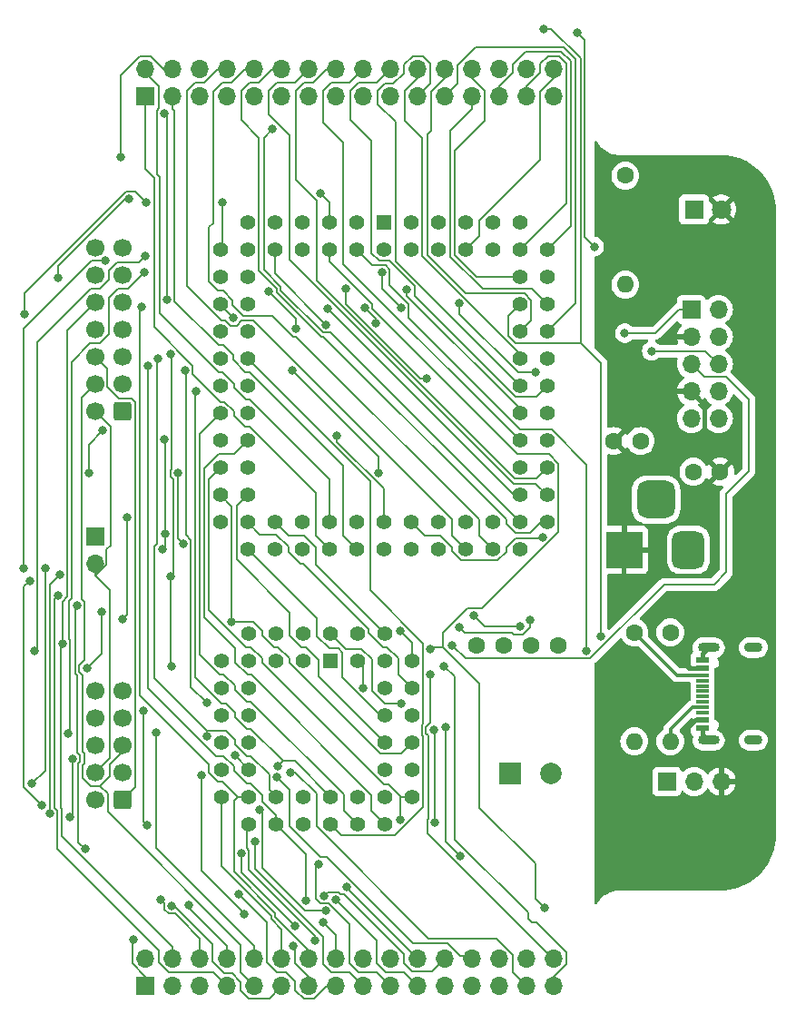
<source format=gbr>
%TF.GenerationSoftware,KiCad,Pcbnew,7.0.9*%
%TF.CreationDate,2024-03-10T01:22:23+00:00*%
%TF.ProjectId,ATF15xxProgBoard,41544631-3578-4785-9072-6f67426f6172,rev?*%
%TF.SameCoordinates,Original*%
%TF.FileFunction,Copper,L1,Top*%
%TF.FilePolarity,Positive*%
%FSLAX46Y46*%
G04 Gerber Fmt 4.6, Leading zero omitted, Abs format (unit mm)*
G04 Created by KiCad (PCBNEW 7.0.9) date 2024-03-10 01:22:23*
%MOMM*%
%LPD*%
G01*
G04 APERTURE LIST*
G04 Aperture macros list*
%AMRoundRect*
0 Rectangle with rounded corners*
0 $1 Rounding radius*
0 $2 $3 $4 $5 $6 $7 $8 $9 X,Y pos of 4 corners*
0 Add a 4 corners polygon primitive as box body*
4,1,4,$2,$3,$4,$5,$6,$7,$8,$9,$2,$3,0*
0 Add four circle primitives for the rounded corners*
1,1,$1+$1,$2,$3*
1,1,$1+$1,$4,$5*
1,1,$1+$1,$6,$7*
1,1,$1+$1,$8,$9*
0 Add four rect primitives between the rounded corners*
20,1,$1+$1,$2,$3,$4,$5,0*
20,1,$1+$1,$4,$5,$6,$7,0*
20,1,$1+$1,$6,$7,$8,$9,0*
20,1,$1+$1,$8,$9,$2,$3,0*%
G04 Aperture macros list end*
%TA.AperFunction,ComponentPad*%
%ADD10O,1.600000X1.600000*%
%TD*%
%TA.AperFunction,ComponentPad*%
%ADD11C,1.600000*%
%TD*%
%TA.AperFunction,ComponentPad*%
%ADD12O,1.700000X1.700000*%
%TD*%
%TA.AperFunction,ComponentPad*%
%ADD13R,1.700000X1.700000*%
%TD*%
%TA.AperFunction,ComponentPad*%
%ADD14O,1.700000X0.900000*%
%TD*%
%TA.AperFunction,ComponentPad*%
%ADD15O,2.000000X0.900000*%
%TD*%
%TA.AperFunction,SMDPad,CuDef*%
%ADD16R,1.160000X0.600000*%
%TD*%
%TA.AperFunction,SMDPad,CuDef*%
%ADD17R,1.160000X0.300000*%
%TD*%
%TA.AperFunction,ComponentPad*%
%ADD18R,1.422400X1.422400*%
%TD*%
%TA.AperFunction,ComponentPad*%
%ADD19C,1.422400*%
%TD*%
%TA.AperFunction,ComponentPad*%
%ADD20R,2.000000X2.000000*%
%TD*%
%TA.AperFunction,ComponentPad*%
%ADD21C,2.000000*%
%TD*%
%TA.AperFunction,ComponentPad*%
%ADD22RoundRect,0.250000X0.600000X0.600000X-0.600000X0.600000X-0.600000X-0.600000X0.600000X-0.600000X0*%
%TD*%
%TA.AperFunction,ComponentPad*%
%ADD23C,1.700000*%
%TD*%
%TA.AperFunction,ComponentPad*%
%ADD24R,1.800000X1.800000*%
%TD*%
%TA.AperFunction,ComponentPad*%
%ADD25C,1.800000*%
%TD*%
%TA.AperFunction,ComponentPad*%
%ADD26R,3.500000X3.500000*%
%TD*%
%TA.AperFunction,ComponentPad*%
%ADD27RoundRect,0.750000X0.750000X1.000000X-0.750000X1.000000X-0.750000X-1.000000X0.750000X-1.000000X0*%
%TD*%
%TA.AperFunction,ComponentPad*%
%ADD28RoundRect,0.875000X0.875000X0.875000X-0.875000X0.875000X-0.875000X-0.875000X0.875000X-0.875000X0*%
%TD*%
%TA.AperFunction,ViaPad*%
%ADD29C,0.800000*%
%TD*%
%TA.AperFunction,Conductor*%
%ADD30C,0.200000*%
%TD*%
%TA.AperFunction,Conductor*%
%ADD31C,0.400000*%
%TD*%
%TA.AperFunction,Conductor*%
%ADD32C,0.300000*%
%TD*%
G04 APERTURE END LIST*
D10*
%TO.P,R1,2*%
%TO.N,GND*%
X161220000Y-73040000D03*
D11*
%TO.P,R1,1*%
%TO.N,Net-(LED1-K)*%
X161220000Y-62880000D03*
%TD*%
D10*
%TO.P,R3,2*%
%TO.N,Net-(J3-CC1)*%
X165420000Y-115640000D03*
D11*
%TO.P,R3,1*%
%TO.N,GND*%
X165420000Y-105480000D03*
%TD*%
D10*
%TO.P,R2,2*%
%TO.N,GND*%
X162060000Y-115640000D03*
D11*
%TO.P,R2,1*%
%TO.N,Net-(J3-CC2)*%
X162060000Y-105480000D03*
%TD*%
D12*
%TO.P,J8,10,Pin_10*%
%TO.N,GCLK3{slash}IO*%
X169910000Y-85520000D03*
%TO.P,J8,9,Pin_9*%
%TO.N,GND*%
X167370000Y-85520000D03*
%TO.P,J8,8,Pin_8*%
X169910000Y-82980000D03*
%TO.P,J8,7,Pin_7*%
%TO.N,VCC*%
X167370000Y-82980000D03*
%TO.P,J8,6,Pin_6*%
%TO.N,GCL2{slash}I*%
X169910000Y-80440000D03*
%TO.P,J8,5,Pin_5*%
%TO.N,OE1{slash}I*%
X167370000Y-80440000D03*
%TO.P,J8,4,Pin_4*%
%TO.N,GND*%
X169910000Y-77900000D03*
%TO.P,J8,3,Pin_3*%
%TO.N,VCC*%
X167370000Y-77900000D03*
%TO.P,J8,2,Pin_2*%
%TO.N,GCLK1{slash}I*%
X169910000Y-75360000D03*
D13*
%TO.P,J8,1,Pin_1*%
%TO.N,GCLR{slash}I*%
X167370000Y-75360000D03*
%TD*%
D12*
%TO.P,J7,32,Pin_32*%
%TO.N,IO66*%
X154550000Y-52930000D03*
%TO.P,J7,31,Pin_31*%
%TO.N,IO65*%
X154550000Y-55470000D03*
%TO.P,J7,30,Pin_30*%
%TO.N,IO64*%
X152010000Y-52930000D03*
%TO.P,J7,29,Pin_29*%
%TO.N,IO63*%
X152010000Y-55470000D03*
%TO.P,J7,28,Pin_28*%
%TO.N,IO62*%
X149470000Y-52930000D03*
%TO.P,J7,27,Pin_27*%
%TO.N,IO61*%
X149470000Y-55470000D03*
%TO.P,J7,26,Pin_26*%
%TO.N,IO60*%
X146930000Y-52930000D03*
%TO.P,J7,25,Pin_25*%
%TO.N,IO58*%
X146930000Y-55470000D03*
%TO.P,J7,24,Pin_24*%
%TO.N,IO57*%
X144390000Y-52930000D03*
%TO.P,J7,23,Pin_23*%
%TO.N,IO56*%
X144390000Y-55470000D03*
%TO.P,J7,22,Pin_22*%
%TO.N,IO55*%
X141850000Y-52930000D03*
%TO.P,J7,21,Pin_21*%
%TO.N,IO54*%
X141850000Y-55470000D03*
%TO.P,J7,20,Pin_20*%
%TO.N,IO53*%
X139310000Y-52930000D03*
%TO.P,J7,19,Pin_19*%
%TO.N,IO52*%
X139310000Y-55470000D03*
%TO.P,J7,18,Pin_18*%
%TO.N,IO50*%
X136770000Y-52930000D03*
%TO.P,J7,17,Pin_17*%
%TO.N,IO49*%
X136770000Y-55470000D03*
%TO.P,J7,16,Pin_16*%
%TO.N,IO48*%
X134230000Y-52930000D03*
%TO.P,J7,15,Pin_15*%
%TO.N,IO47*%
X134230000Y-55470000D03*
%TO.P,J7,14,Pin_14*%
%TO.N,IO46*%
X131690000Y-52930000D03*
%TO.P,J7,13,Pin_13*%
%TO.N,IO45*%
X131690000Y-55470000D03*
%TO.P,J7,12,Pin_12*%
%TO.N,IO44*%
X129150000Y-52930000D03*
%TO.P,J7,11,Pin_11*%
%TO.N,IO43*%
X129150000Y-55470000D03*
%TO.P,J7,10,Pin_10*%
%TO.N,IO42*%
X126610000Y-52930000D03*
%TO.P,J7,9,Pin_9*%
%TO.N,IO41*%
X126610000Y-55470000D03*
%TO.P,J7,8,Pin_8*%
%TO.N,IO40*%
X124070000Y-52930000D03*
%TO.P,J7,7,Pin_7*%
%TO.N,IO39*%
X124070000Y-55470000D03*
%TO.P,J7,6,Pin_6*%
%TO.N,IO38*%
X121530000Y-52930000D03*
%TO.P,J7,5,Pin_5*%
%TO.N,IO37*%
X121530000Y-55470000D03*
%TO.P,J7,4,Pin_4*%
%TO.N,IO36*%
X118990000Y-52930000D03*
%TO.P,J7,3,Pin_3*%
%TO.N,IO35*%
X118990000Y-55470000D03*
%TO.P,J7,2,Pin_2*%
%TO.N,IO34*%
X116450000Y-52930000D03*
D13*
%TO.P,J7,1,Pin_1*%
%TO.N,IO33*%
X116450000Y-55470000D03*
%TD*%
%TO.P,J6,1,Pin_1*%
%TO.N,IO1*%
X116450000Y-138450000D03*
D12*
%TO.P,J6,2,Pin_2*%
%TO.N,IO2*%
X116450000Y-135910000D03*
%TO.P,J6,3,Pin_3*%
%TO.N,IO3*%
X118990000Y-138450000D03*
%TO.P,J6,4,Pin_4*%
%TO.N,TDI*%
X118990000Y-135910000D03*
%TO.P,J6,5,Pin_5*%
%TO.N,IO5*%
X121530000Y-138450000D03*
%TO.P,J6,6,Pin_6*%
%TO.N,IO6*%
X121530000Y-135910000D03*
%TO.P,J6,7,Pin_7*%
%TO.N,IO7*%
X124070000Y-138450000D03*
%TO.P,J6,8,Pin_8*%
%TO.N,IO8*%
X124070000Y-135910000D03*
%TO.P,J6,9,Pin_9*%
%TO.N,TMS*%
X126610000Y-138450000D03*
%TO.P,J6,10,Pin_10*%
%TO.N,IO10*%
X126610000Y-135910000D03*
%TO.P,J6,11,Pin_11*%
%TO.N,IO11*%
X129150000Y-138450000D03*
%TO.P,J6,12,Pin_12*%
%TO.N,IO12*%
X129150000Y-135910000D03*
%TO.P,J6,13,Pin_13*%
%TO.N,IO13*%
X131690000Y-138450000D03*
%TO.P,J6,14,Pin_14*%
%TO.N,IO14*%
X131690000Y-135910000D03*
%TO.P,J6,15,Pin_15*%
%TO.N,IO15*%
X134230000Y-138450000D03*
%TO.P,J6,16,Pin_16*%
%TO.N,IO16*%
X134230000Y-135910000D03*
%TO.P,J6,17,Pin_17*%
%TO.N,IO17*%
X136770000Y-138450000D03*
%TO.P,J6,18,Pin_18*%
%TO.N,IO18*%
X136770000Y-135910000D03*
%TO.P,J6,19,Pin_19*%
%TO.N,IO19*%
X139310000Y-138450000D03*
%TO.P,J6,20,Pin_20*%
%TO.N,IO20*%
X139310000Y-135910000D03*
%TO.P,J6,21,Pin_21*%
%TO.N,IO21*%
X141850000Y-138450000D03*
%TO.P,J6,22,Pin_22*%
%TO.N,IO22*%
X141850000Y-135910000D03*
%TO.P,J6,23,Pin_23*%
%TO.N,IO23*%
X144390000Y-138450000D03*
%TO.P,J6,24,Pin_24*%
%TO.N,TCK*%
X144390000Y-135910000D03*
%TO.P,J6,25,Pin_25*%
%TO.N,IO25*%
X146930000Y-138450000D03*
%TO.P,J6,26,Pin_26*%
%TO.N,IO26*%
X146930000Y-135910000D03*
%TO.P,J6,27,Pin_27*%
%TO.N,IO27*%
X149470000Y-138450000D03*
%TO.P,J6,28,Pin_28*%
%TO.N,IO28*%
X149470000Y-135910000D03*
%TO.P,J6,29,Pin_29*%
%TO.N,TDO*%
X152010000Y-138450000D03*
%TO.P,J6,30,Pin_30*%
%TO.N,IO30*%
X152010000Y-135910000D03*
%TO.P,J6,31,Pin_31*%
%TO.N,IO31*%
X154550000Y-138450000D03*
%TO.P,J6,32,Pin_32*%
%TO.N,IO32*%
X154550000Y-135910000D03*
%TD*%
D14*
%TO.P,J3,S1,SHIELD*%
%TO.N,GND*%
X173170000Y-106900000D03*
D15*
X169000000Y-106900000D03*
D14*
X173170000Y-115540000D03*
D15*
X169000000Y-115540000D03*
D16*
%TO.P,J3,B12,GND*%
X168420000Y-114420000D03*
%TO.P,J3,B9,VBUS*%
%TO.N,VCC*%
X168420000Y-113620000D03*
D17*
%TO.P,J3,B8,SBU2*%
%TO.N,unconnected-(J3-SBU2-PadB8)*%
X168420000Y-112970000D03*
%TO.P,J3,B7,D-*%
%TO.N,unconnected-(J3-D--PadB7)*%
X168420000Y-111970000D03*
%TO.P,J3,B6,D+*%
%TO.N,unconnected-(J3-D+-PadB6)*%
X168420000Y-110470000D03*
%TO.P,J3,B5,CC2*%
%TO.N,Net-(J3-CC2)*%
X168420000Y-109470000D03*
D16*
%TO.P,J3,B4,VBUS*%
%TO.N,VCC*%
X168420000Y-108820000D03*
%TO.P,J3,B1,GND*%
%TO.N,GND*%
X168420000Y-108020000D03*
%TO.P,J3,A12,GND*%
X168420000Y-108020000D03*
%TO.P,J3,A9,VBUS*%
%TO.N,VCC*%
X168420000Y-108820000D03*
D17*
%TO.P,J3,A8,SBU1*%
%TO.N,unconnected-(J3-SBU1-PadA8)*%
X168420000Y-109970000D03*
%TO.P,J3,A7,D-*%
%TO.N,unconnected-(J3-D--PadA7)*%
X168420000Y-110970000D03*
%TO.P,J3,A6,D+*%
%TO.N,unconnected-(J3-D+-PadA6)*%
X168420000Y-111470000D03*
%TO.P,J3,A5,CC1*%
%TO.N,Net-(J3-CC1)*%
X168420000Y-112470000D03*
D16*
%TO.P,J3,A4,VBUS*%
%TO.N,VCC*%
X168420000Y-113620000D03*
%TO.P,J3,A1,GND*%
%TO.N,GND*%
X168420000Y-114420000D03*
%TD*%
D18*
%TO.P,U1,1,GCLR/I*%
%TO.N,GCLR{slash}I*%
X133710000Y-108120000D03*
D19*
%TO.P,U1,2,GCL2/OE2/I*%
%TO.N,GCL2{slash}I*%
X131170000Y-105580000D03*
%TO.P,U1,3,VCC*%
%TO.N,VCC*%
X131170000Y-108120000D03*
%TO.P,U1,4,I/O*%
%TO.N,IO1*%
X128630000Y-105580000D03*
%TO.P,U1,5,I/O*%
%TO.N,IO2*%
X128630000Y-108120000D03*
%TO.P,U1,6,I/O*%
%TO.N,IO3*%
X126090000Y-105580000D03*
%TO.P,U1,7,TDI/I/O*%
%TO.N,TDI*%
X123550000Y-108120000D03*
%TO.P,U1,8,I/O*%
%TO.N,IO5*%
X126090000Y-108120000D03*
%TO.P,U1,9,I/O*%
%TO.N,IO6*%
X123550000Y-110660000D03*
%TO.P,U1,10,GND*%
%TO.N,GND*%
X126090000Y-110660000D03*
%TO.P,U1,11,PD1/I/O*%
%TO.N,IO7*%
X123550000Y-113200000D03*
%TO.P,U1,12,I/O*%
%TO.N,IO8*%
X126090000Y-113200000D03*
%TO.P,U1,13,I/O/TMS*%
%TO.N,TMS*%
X123550000Y-115740000D03*
%TO.P,U1,14,I/O*%
%TO.N,IO10*%
X126090000Y-115740000D03*
%TO.P,U1,15,VCC*%
%TO.N,VCC*%
X123550000Y-118280000D03*
%TO.P,U1,16,I/O*%
%TO.N,IO11*%
X126090000Y-118280000D03*
%TO.P,U1,17,I/O*%
%TO.N,IO12*%
X123550000Y-120820000D03*
%TO.P,U1,18,I/O*%
%TO.N,IO13*%
X126090000Y-123360000D03*
%TO.P,U1,19,I/O*%
%TO.N,IO14*%
X126090000Y-120820000D03*
%TO.P,U1,20,I/O*%
%TO.N,IO15*%
X128630000Y-123360000D03*
%TO.P,U1,21,I/O*%
%TO.N,IO16*%
X128630000Y-120820000D03*
%TO.P,U1,22,GND*%
%TO.N,GND*%
X131170000Y-123360000D03*
%TO.P,U1,23,VCC*%
%TO.N,VCC*%
X131170000Y-120820000D03*
%TO.P,U1,24,I/O*%
%TO.N,IO17*%
X133710000Y-123360000D03*
%TO.P,U1,25,PD2/I/O*%
%TO.N,IO18*%
X133710000Y-120820000D03*
%TO.P,U1,26,I/O*%
%TO.N,IO19*%
X136250000Y-123360000D03*
%TO.P,U1,27,I/O*%
%TO.N,IO20*%
X136250000Y-120820000D03*
%TO.P,U1,28,I/O*%
%TO.N,IO21*%
X138790000Y-123360000D03*
%TO.P,U1,29,I/O*%
%TO.N,IO22*%
X141330000Y-120820000D03*
%TO.P,U1,30,GND*%
%TO.N,GND*%
X138790000Y-120820000D03*
%TO.P,U1,31,I/O*%
%TO.N,IO23*%
X141330000Y-118280000D03*
%TO.P,U1,32,I/O/TCK*%
%TO.N,TCK*%
X138790000Y-118280000D03*
%TO.P,U1,33,I/O*%
%TO.N,IO25*%
X141330000Y-115740000D03*
%TO.P,U1,34,I/O*%
%TO.N,IO26*%
X138790000Y-115740000D03*
%TO.P,U1,35,VCC*%
%TO.N,VCC*%
X141330000Y-113200000D03*
%TO.P,U1,36,I/O*%
%TO.N,IO27*%
X138790000Y-113200000D03*
%TO.P,U1,37,I/O*%
%TO.N,IO28*%
X141330000Y-110660000D03*
%TO.P,U1,38,I/O/TDO*%
%TO.N,TDO*%
X138790000Y-110660000D03*
%TO.P,U1,39,I/O*%
%TO.N,IO30*%
X141330000Y-108120000D03*
%TO.P,U1,40,I/O*%
%TO.N,IO31*%
X138790000Y-105580000D03*
%TO.P,U1,41,GCLK3/I/O*%
%TO.N,IO32*%
X138790000Y-108120000D03*
%TO.P,U1,42,GND*%
%TO.N,GND*%
X136250000Y-105580000D03*
%TO.P,U1,43,GCLK1/I*%
%TO.N,GCLK1{slash}I*%
X136250000Y-108120000D03*
%TO.P,U1,44,OE1/I*%
%TO.N,OE1{slash}I*%
X133710000Y-105580000D03*
%TD*%
D18*
%TO.P,U2,1,GCLR/I*%
%TO.N,GCLR{slash}I*%
X138690000Y-67260000D03*
D19*
%TO.P,U2,2,GCLK2/OE2/I*%
%TO.N,GCL2{slash}I*%
X138690000Y-69800000D03*
%TO.P,U2,3,I/O*%
%TO.N,IO1*%
X136150000Y-67260000D03*
%TO.P,U2,4,I/O*%
%TO.N,IO2*%
X136150000Y-69800000D03*
%TO.P,U2,5,I/O*%
%TO.N,IO3*%
X133610000Y-67260000D03*
%TO.P,U2,6,I/O*%
%TO.N,IO5*%
X133610000Y-69800000D03*
%TO.P,U2,7,GND*%
%TO.N,GND*%
X131070000Y-67260000D03*
%TO.P,U2,8,I/O*%
%TO.N,IO6*%
X131070000Y-69800000D03*
%TO.P,U2,9,I/O*%
%TO.N,IO7*%
X128530000Y-67260000D03*
%TO.P,U2,10,I/O*%
%TO.N,IO8*%
X128530000Y-69800000D03*
%TO.P,U2,11,I/O*%
%TO.N,IO10*%
X125990000Y-67260000D03*
%TO.P,U2,12,I/O*%
%TO.N,IO11*%
X123450000Y-69800000D03*
%TO.P,U2,13,VCCIO*%
%TO.N,VCC*%
X125990000Y-69800000D03*
%TO.P,U2,14,TDI/I/O*%
%TO.N,TDI*%
X123450000Y-72340000D03*
%TO.P,U2,15,I/O*%
%TO.N,IO12*%
X125990000Y-72340000D03*
%TO.P,U2,16,I/O*%
%TO.N,IO13*%
X123450000Y-74880000D03*
%TO.P,U2,17,I/O*%
%TO.N,IO14*%
X125990000Y-74880000D03*
%TO.P,U2,18,I/O*%
%TO.N,IO15*%
X123450000Y-77420000D03*
%TO.P,U2,19,GND*%
%TO.N,GND*%
X125990000Y-77420000D03*
%TO.P,U2,20,PD1/I/O*%
%TO.N,IO16*%
X123450000Y-79960000D03*
%TO.P,U2,21,I/O*%
%TO.N,IO17*%
X125990000Y-79960000D03*
%TO.P,U2,22,I/O*%
%TO.N,IO18*%
X123450000Y-82500000D03*
%TO.P,U2,23,TMS/I/O*%
%TO.N,TMS*%
X125990000Y-82500000D03*
%TO.P,U2,24,I/O*%
%TO.N,IO19*%
X123450000Y-85040000D03*
%TO.P,U2,25,I/O*%
%TO.N,IO20*%
X125990000Y-85040000D03*
%TO.P,U2,26,VCCIO*%
%TO.N,VCC*%
X123450000Y-87580000D03*
%TO.P,U2,27,I/O*%
%TO.N,IO21*%
X125990000Y-87580000D03*
%TO.P,U2,28,I/O*%
%TO.N,IO22*%
X123450000Y-90120000D03*
%TO.P,U2,29,I/O*%
%TO.N,IO23*%
X125990000Y-90120000D03*
%TO.P,U2,30,I/O*%
%TO.N,IO25*%
X123450000Y-92660000D03*
%TO.P,U2,31,I/O*%
%TO.N,IO26*%
X125990000Y-92660000D03*
%TO.P,U2,32,GND*%
%TO.N,GND*%
X123450000Y-95200000D03*
%TO.P,U2,33,I/O*%
%TO.N,IO27*%
X125990000Y-97740000D03*
%TO.P,U2,34,I/O*%
%TO.N,IO28*%
X125990000Y-95200000D03*
%TO.P,U2,35,I/O*%
%TO.N,IO30*%
X128530000Y-97740000D03*
%TO.P,U2,36,I/O*%
%TO.N,IO31*%
X128530000Y-95200000D03*
%TO.P,U2,37,I/O*%
%TO.N,IO32*%
X131070000Y-97740000D03*
%TO.P,U2,38,VCCIO*%
%TO.N,VCC*%
X131070000Y-95200000D03*
%TO.P,U2,39,I/O*%
%TO.N,IO33*%
X133610000Y-97740000D03*
%TO.P,U2,40,I/O*%
%TO.N,IO34*%
X133610000Y-95200000D03*
%TO.P,U2,41,I/O*%
%TO.N,IO35*%
X136150000Y-97740000D03*
%TO.P,U2,42,GND*%
%TO.N,GND*%
X136150000Y-95200000D03*
%TO.P,U2,43,VCCINT*%
%TO.N,VCC*%
X138690000Y-97740000D03*
%TO.P,U2,44,I/O*%
%TO.N,IO36*%
X138690000Y-95200000D03*
%TO.P,U2,45,I/O*%
%TO.N,IO37*%
X141230000Y-97740000D03*
%TO.P,U2,46,I/O/PD2*%
%TO.N,IO38*%
X141230000Y-95200000D03*
%TO.P,U2,47,GND*%
%TO.N,GND*%
X143770000Y-97740000D03*
%TO.P,U2,48,I/O*%
%TO.N,IO39*%
X143770000Y-95200000D03*
%TO.P,U2,49,I/O*%
%TO.N,IO40*%
X146310000Y-97740000D03*
%TO.P,U2,50,I/O*%
%TO.N,IO41*%
X146310000Y-95200000D03*
%TO.P,U2,51,I/O*%
%TO.N,IO42*%
X148850000Y-97740000D03*
%TO.P,U2,52,I/O*%
%TO.N,IO43*%
X148850000Y-95200000D03*
%TO.P,U2,53,VCCIO*%
%TO.N,VCC*%
X151390000Y-97740000D03*
%TO.P,U2,54,I/O*%
%TO.N,IO44*%
X153930000Y-95200000D03*
%TO.P,U2,55,I/O*%
%TO.N,IO45*%
X151390000Y-95200000D03*
%TO.P,U2,56,I/O*%
%TO.N,IO46*%
X153930000Y-92660000D03*
%TO.P,U2,57,I/O*%
%TO.N,IO47*%
X151390000Y-92660000D03*
%TO.P,U2,58,I/O*%
%TO.N,IO48*%
X153930000Y-90120000D03*
%TO.P,U2,59,GND*%
%TO.N,GND*%
X151390000Y-90120000D03*
%TO.P,U2,60,I/O*%
%TO.N,IO49*%
X153930000Y-87580000D03*
%TO.P,U2,61,I/O*%
%TO.N,IO50*%
X151390000Y-87580000D03*
%TO.P,U2,62,TCK/I/O*%
%TO.N,TCK*%
X153930000Y-85040000D03*
%TO.P,U2,63,I/O*%
%TO.N,IO52*%
X151390000Y-85040000D03*
%TO.P,U2,64,I/O*%
%TO.N,IO53*%
X153930000Y-82500000D03*
%TO.P,U2,65,I/O*%
%TO.N,IO54*%
X151390000Y-82500000D03*
%TO.P,U2,66,VCCIO*%
%TO.N,VCC*%
X153930000Y-79960000D03*
%TO.P,U2,67,I/O*%
%TO.N,IO55*%
X151390000Y-79960000D03*
%TO.P,U2,68,I/O*%
%TO.N,IO56*%
X153930000Y-77420000D03*
%TO.P,U2,69,I/O*%
%TO.N,IO57*%
X151390000Y-77420000D03*
%TO.P,U2,70,I/O*%
%TO.N,IO58*%
X153930000Y-74880000D03*
%TO.P,U2,71,TDO/I/O*%
%TO.N,TDO*%
X151390000Y-74880000D03*
%TO.P,U2,72,GND*%
%TO.N,GND*%
X153930000Y-72340000D03*
%TO.P,U2,73,I/O*%
%TO.N,IO60*%
X151390000Y-72340000D03*
%TO.P,U2,74,I/O*%
%TO.N,IO61*%
X153930000Y-69800000D03*
%TO.P,U2,75,I/O*%
%TO.N,IO62*%
X151390000Y-67260000D03*
%TO.P,U2,76,I/O*%
%TO.N,IO63*%
X151390000Y-69800000D03*
%TO.P,U2,77,I/O*%
%TO.N,IO64*%
X148850000Y-67260000D03*
%TO.P,U2,78,VCCIO*%
%TO.N,VCC*%
X148850000Y-69800000D03*
%TO.P,U2,79,I/O*%
%TO.N,IO65*%
X146310000Y-67260000D03*
%TO.P,U2,80,I/O*%
%TO.N,IO66*%
X146310000Y-69800000D03*
%TO.P,U2,81,GCLK3/I/O*%
%TO.N,GCLK3{slash}IO*%
X143770000Y-67260000D03*
%TO.P,U2,82,GND*%
%TO.N,GND*%
X143770000Y-69800000D03*
%TO.P,U2,83,GCLK1/I*%
%TO.N,GCLK1{slash}I*%
X141230000Y-67260000D03*
%TO.P,U2,84,OE1/I*%
%TO.N,OE1{slash}I*%
X141230000Y-69800000D03*
%TD*%
D11*
%TO.P,C3,1*%
%TO.N,GND*%
X167570000Y-90500000D03*
%TO.P,C3,2*%
%TO.N,VCC*%
X170070000Y-90500000D03*
%TD*%
D20*
%TO.P,C1,1*%
%TO.N,VCC*%
X150442323Y-118660000D03*
D21*
%TO.P,C1,2*%
%TO.N,GND*%
X154242323Y-118660000D03*
%TD*%
D22*
%TO.P,J2,1,Pin_1*%
%TO.N,GND*%
X114300000Y-84840000D03*
D23*
%TO.P,J2,2,Pin_2*%
%TO.N,Net-(J1-Pin_4)*%
X111760000Y-84840000D03*
%TO.P,J2,3,Pin_3*%
%TO.N,GND*%
X114300000Y-82300000D03*
%TO.P,J2,4,Pin_4*%
%TO.N,TMS*%
X111760000Y-82300000D03*
%TO.P,J2,5,Pin_5*%
%TO.N,GND*%
X114300000Y-79760000D03*
%TO.P,J2,6,Pin_6*%
%TO.N,TCK*%
X111760000Y-79760000D03*
%TO.P,J2,7,Pin_7*%
%TO.N,GND*%
X114300000Y-77220000D03*
%TO.P,J2,8,Pin_8*%
%TO.N,TDO*%
X111760000Y-77220000D03*
%TO.P,J2,9,Pin_9*%
%TO.N,GND*%
X114300000Y-74680000D03*
%TO.P,J2,10,Pin_10*%
%TO.N,TDI*%
X111760000Y-74680000D03*
%TO.P,J2,11,Pin_11*%
%TO.N,GND*%
X114300000Y-72140000D03*
%TO.P,J2,12,Pin_12*%
%TO.N,unconnected-(J2-Pin_12-Pad12)*%
X111760000Y-72140000D03*
%TO.P,J2,13,Pin_13*%
%TO.N,GND*%
X114300000Y-69600000D03*
%TO.P,J2,14,Pin_14*%
%TO.N,unconnected-(J2-Pin_14-Pad14)*%
X111760000Y-69600000D03*
%TD*%
D24*
%TO.P,LED1,1,K*%
%TO.N,Net-(LED1-K)*%
X167640000Y-66040000D03*
D25*
%TO.P,LED1,2,A*%
%TO.N,VCC*%
X170180000Y-66040000D03*
%TD*%
D11*
%TO.P,C2,1*%
%TO.N,VCC*%
X160140000Y-87630000D03*
%TO.P,C2,2*%
%TO.N,GND*%
X162640000Y-87630000D03*
%TD*%
D13*
%TO.P,J4,1,Pin_1*%
%TO.N,GND*%
X165100000Y-119380000D03*
D12*
%TO.P,J4,2,Pin_2*%
X167640000Y-119380000D03*
%TO.P,J4,3,Pin_3*%
%TO.N,VCC*%
X170180000Y-119380000D03*
%TD*%
D11*
%TO.P,C4,1*%
%TO.N,VCC*%
X147360000Y-106680000D03*
%TO.P,C4,2*%
%TO.N,GND*%
X149860000Y-106680000D03*
%TD*%
%TO.P,C5,1*%
%TO.N,VCC*%
X152440000Y-106680000D03*
%TO.P,C5,2*%
%TO.N,GND*%
X154940000Y-106680000D03*
%TD*%
D12*
%TO.P,JP1,2,B*%
%TO.N,Net-(J1-Pin_4)*%
X111760000Y-99060000D03*
D13*
%TO.P,JP1,1,A*%
%TO.N,VCC*%
X111760000Y-96520000D03*
%TD*%
D22*
%TO.P,J1,1,Pin_1*%
%TO.N,TCK*%
X114300000Y-121120000D03*
D23*
%TO.P,J1,2,Pin_2*%
%TO.N,GND*%
X111760000Y-121120000D03*
%TO.P,J1,3,Pin_3*%
%TO.N,TDO*%
X114300000Y-118580000D03*
%TO.P,J1,4,Pin_4*%
%TO.N,Net-(J1-Pin_4)*%
X111760000Y-118580000D03*
%TO.P,J1,5,Pin_5*%
%TO.N,TMS*%
X114300000Y-116040000D03*
%TO.P,J1,6,Pin_6*%
%TO.N,unconnected-(J1-Pin_6-Pad6)*%
X111760000Y-116040000D03*
%TO.P,J1,7,Pin_7*%
%TO.N,unconnected-(J1-Pin_7-Pad7)*%
X114300000Y-113500000D03*
%TO.P,J1,8,Pin_8*%
%TO.N,unconnected-(J1-Pin_8-Pad8)*%
X111760000Y-113500000D03*
%TO.P,J1,9,Pin_9*%
%TO.N,TDI*%
X114300000Y-110960000D03*
%TO.P,J1,10,Pin_10*%
%TO.N,GND*%
X111760000Y-110960000D03*
%TD*%
D26*
%TO.P,J5,1*%
%TO.N,VCC*%
X161100000Y-97787500D03*
D27*
%TO.P,J5,2*%
%TO.N,GND*%
X167100000Y-97787500D03*
D28*
%TO.P,J5,3*%
%TO.N,N/C*%
X164100000Y-93087500D03*
%TD*%
D29*
%TO.N,VCC*%
X166880000Y-114450000D03*
X166180000Y-107820000D03*
%TO.N,GCL2{slash}I*%
X163678282Y-79233918D03*
X140321000Y-75165900D03*
X138546600Y-71940200D03*
X136919700Y-75245500D03*
X137932800Y-76625900D03*
X130159200Y-81029300D03*
X138210100Y-90599900D03*
X119513200Y-90652400D03*
X120002200Y-97176700D03*
%TO.N,OE1{slash}I*%
X140316000Y-112086300D03*
X145043200Y-106658200D03*
%TO.N,GCLK1{slash}I*%
X136775700Y-110644000D03*
X156771300Y-49530000D03*
X158328700Y-69496200D03*
%TO.N,GCLR{slash}I*%
X145702100Y-74814900D03*
X152803130Y-81249716D03*
X161161200Y-77577300D03*
X114776500Y-94723600D03*
X114294400Y-104268800D03*
%TO.N,IO32*%
X143040800Y-109418400D03*
%TO.N,IO31*%
X144320700Y-108634000D03*
%TO.N,IO30*%
X140232400Y-105379000D03*
X152332400Y-104328500D03*
X145728100Y-104968200D03*
%TO.N,IO36*%
X134324700Y-87109300D03*
X112494200Y-86636600D03*
X111178800Y-90633500D03*
X114161700Y-61154500D03*
%TO.N,IO28*%
X147102100Y-103924700D03*
X151417700Y-104887400D03*
%TO.N,IO38*%
X153480400Y-96604300D03*
%TO.N,IO27*%
X143336600Y-114593200D03*
X143443300Y-123248900D03*
%TO.N,IO26*%
X128709600Y-119004300D03*
%TO.N,IO25*%
X124507800Y-104493100D03*
X110073000Y-102963000D03*
X110826400Y-125694200D03*
%TO.N,IO23*%
X144469100Y-114348600D03*
X145851000Y-126330300D03*
%TO.N,IO22*%
X140188800Y-122934900D03*
X135241800Y-129242000D03*
%TO.N,IO21*%
X134222219Y-130420000D03*
%TO.N,IO45*%
X128302300Y-58535300D03*
%TO.N,IO20*%
X127131600Y-122019300D03*
X133266159Y-131443841D03*
%TO.N,IO19*%
X132624100Y-127105600D03*
%TO.N,IO47*%
X133460100Y-75318700D03*
%TO.N,IO18*%
X121179400Y-82976800D03*
X128811600Y-117953300D03*
X121676100Y-118780300D03*
X125690000Y-131742400D03*
%TO.N,IO17*%
X126640000Y-124949200D03*
%TO.N,IO16*%
X117623800Y-79922800D03*
X122199000Y-115197300D03*
X125407500Y-126112800D03*
X130368278Y-132831722D03*
X133010002Y-132520000D03*
%TO.N,IO15*%
X116725400Y-80655500D03*
X125147400Y-129885000D03*
X131414500Y-130503400D03*
%TO.N,IO52*%
X140859100Y-73480500D03*
%TO.N,IO14*%
X116138500Y-75143000D03*
%TO.N,IO13*%
X124671000Y-76174100D03*
X132309500Y-134244500D03*
X130233000Y-134740700D03*
%TO.N,IO12*%
X116333700Y-71943800D03*
X109254400Y-114917400D03*
%TO.N,IO11*%
X118897600Y-131015100D03*
X106752800Y-121574800D03*
X105666200Y-100658500D03*
X105162400Y-75797200D03*
X116560300Y-65402900D03*
X123632600Y-65385200D03*
X109413700Y-122723300D03*
X109663700Y-117253800D03*
X124798200Y-116973500D03*
%TO.N,IO10*%
X116465500Y-70354500D03*
X106075800Y-107208600D03*
X117412600Y-114831800D03*
%TO.N,IO8*%
X133304400Y-76786500D03*
X120155700Y-81007000D03*
X122177100Y-112052100D03*
X116294900Y-112755000D03*
X116619800Y-123465700D03*
X120495600Y-130897200D03*
%TO.N,IO7*%
X127990400Y-73704300D03*
X130511900Y-77175100D03*
X118790700Y-79510900D03*
X118859900Y-108623400D03*
X118814900Y-100224700D03*
X108279600Y-102019400D03*
%TO.N,IO6*%
X112746800Y-70829300D03*
X105058400Y-99494600D03*
X117875400Y-130370400D03*
%TO.N,IO5*%
X143062400Y-107026300D03*
X153690000Y-131170000D03*
%TO.N,IO3*%
X132759000Y-64562800D03*
X114903900Y-65085300D03*
X108342300Y-72404200D03*
X107092100Y-99495800D03*
X105878000Y-119562600D03*
%TO.N,IO2*%
X157626100Y-107205800D03*
X112407600Y-103597100D03*
X110986300Y-108851400D03*
%TO.N,IO1*%
X118335200Y-96315600D03*
X118207300Y-87479100D03*
X142649500Y-81793300D03*
X135164800Y-73409400D03*
X115303900Y-134118000D03*
X107513100Y-122403100D03*
X108440100Y-100072700D03*
X118018300Y-97738000D03*
%TO.N,TDI*%
X108695800Y-106492800D03*
%TO.N,TDO*%
X129980200Y-118548700D03*
X158948800Y-105825600D03*
X153568800Y-49181000D03*
X118205900Y-57100700D03*
X118468500Y-74465500D03*
%TO.N,TCK*%
X133130300Y-130040000D03*
%TD*%
D30*
%TO.N,GCLR{slash}I*%
X145702100Y-75758300D02*
X151193516Y-81249716D01*
X151193516Y-81249716D02*
X152803130Y-81249716D01*
X145702100Y-74814900D02*
X145702100Y-75758300D01*
%TO.N,GCL2{slash}I*%
X168703918Y-79233918D02*
X163678282Y-79233918D01*
X169910000Y-80440000D02*
X168703918Y-79233918D01*
%TO.N,IO16*%
X134230000Y-133739998D02*
X133010002Y-132520000D01*
X134230000Y-135910000D02*
X134230000Y-133739998D01*
%TO.N,IO19*%
X133556109Y-130743841D02*
X135500000Y-132687732D01*
%TO.N,IO21*%
X138891600Y-137180000D02*
X138040000Y-136328400D01*
%TO.N,IO19*%
X132803891Y-130743841D02*
X133556109Y-130743841D01*
X136351600Y-137180000D02*
X138040000Y-137180000D01*
%TO.N,IO20*%
X127131600Y-122019300D02*
X127341900Y-122229600D01*
%TO.N,TCK*%
X141325100Y-137073500D02*
X140580000Y-136328400D01*
%TO.N,IO19*%
X132624100Y-127105600D02*
X132377800Y-127351900D01*
X132377800Y-127351900D02*
X132377800Y-130317750D01*
X132377800Y-130317750D02*
X132803891Y-130743841D01*
%TO.N,IO21*%
X138040000Y-136328400D02*
X138040000Y-134237781D01*
%TO.N,IO20*%
X127341900Y-122229600D02*
X127341900Y-127423300D01*
X127341900Y-127423300D02*
X131362441Y-131443841D01*
%TO.N,IO19*%
X135500000Y-132687732D02*
X135500000Y-136328400D01*
X138040000Y-137180000D02*
X139310000Y-138450000D01*
%TO.N,IO21*%
X138040000Y-134237781D02*
X134222219Y-130420000D01*
X140580000Y-137180000D02*
X138891600Y-137180000D01*
%TO.N,TCK*%
X144390000Y-135910000D02*
X143226500Y-137073500D01*
X133450300Y-129720000D02*
X133130300Y-130040000D01*
X134667679Y-129877215D02*
X134510464Y-129720000D01*
X134941415Y-129877215D02*
X134667679Y-129877215D01*
X143226500Y-137073500D02*
X141325100Y-137073500D01*
%TO.N,IO20*%
X131362441Y-131443841D02*
X133266159Y-131443841D01*
%TO.N,TCK*%
X140580000Y-135515800D02*
X134941415Y-129877215D01*
%TO.N,IO19*%
X135500000Y-136328400D02*
X136351600Y-137180000D01*
%TO.N,TCK*%
X140580000Y-136328400D02*
X140580000Y-135515800D01*
%TO.N,IO21*%
X141850000Y-138450000D02*
X140580000Y-137180000D01*
%TO.N,TCK*%
X134510464Y-129720000D02*
X133450300Y-129720000D01*
%TO.N,IO18*%
X125690000Y-131695800D02*
X121676100Y-127681900D01*
X125690000Y-131742400D02*
X125690000Y-131695800D01*
X121676100Y-127681900D02*
X121676100Y-118780300D01*
%TO.N,IO16*%
X130368278Y-132831722D02*
X130364922Y-132831722D01*
X125407500Y-127874300D02*
X125407500Y-126112800D01*
X130364922Y-132831722D02*
X125407500Y-127874300D01*
%TO.N,IO5*%
X153690000Y-131170000D02*
X152828100Y-130308100D01*
X152828100Y-127058100D02*
X147620000Y-121850000D01*
X147620000Y-121850000D02*
X147620000Y-110236300D01*
X147620000Y-110236300D02*
X144219800Y-106836100D01*
X152828100Y-130308100D02*
X152828100Y-127058100D01*
D31*
%TO.N,VCC*%
X167370000Y-82980000D02*
X168620000Y-84230000D01*
X166640000Y-87800000D02*
X164800000Y-85960000D01*
X168620000Y-84230000D02*
X168620000Y-87470000D01*
X168620000Y-87470000D02*
X168290000Y-87800000D01*
X168290000Y-87800000D02*
X166640000Y-87800000D01*
X164800000Y-85960000D02*
X161810000Y-85960000D01*
X161810000Y-85960000D02*
X160140000Y-87630000D01*
D30*
%TO.N,OE1{slash}I*%
X167370000Y-80440000D02*
X168580000Y-81650000D01*
X172720000Y-83750000D02*
X172720000Y-90470000D01*
X172720000Y-90470000D02*
X170650000Y-92540000D01*
X170620000Y-81650000D02*
X172720000Y-83750000D01*
X168580000Y-81650000D02*
X170620000Y-81650000D01*
X170650000Y-92540000D02*
X170650000Y-99870000D01*
X170650000Y-99870000D02*
X169500000Y-101020000D01*
X169500000Y-101020000D02*
X164846800Y-101020000D01*
X164846800Y-101020000D02*
X157949000Y-107917800D01*
X157949000Y-107917800D02*
X146302800Y-107917800D01*
X146302800Y-107917800D02*
X145043200Y-106658200D01*
D31*
%TO.N,VCC*%
X161100000Y-97787500D02*
X161100000Y-88590000D01*
X161100000Y-88590000D02*
X160140000Y-87630000D01*
X167710000Y-113620000D02*
X166880000Y-114450000D01*
X168420000Y-113620000D02*
X167710000Y-113620000D01*
X167180000Y-108820000D02*
X166180000Y-107820000D01*
X168420000Y-108820000D02*
X167180000Y-108820000D01*
%TO.N,GND*%
X168420000Y-108020000D02*
X168420000Y-107480000D01*
X168420000Y-107480000D02*
X169000000Y-106900000D01*
X168420000Y-114420000D02*
X168420000Y-114960000D01*
X168420000Y-114960000D02*
X169000000Y-115540000D01*
D30*
%TO.N,IO66*%
X146310000Y-69800000D02*
X147580000Y-68530000D01*
X147580000Y-68530000D02*
X147580000Y-67062800D01*
X153280000Y-61362800D02*
X153280000Y-55083300D01*
X154550000Y-53813300D02*
X154550000Y-52930000D01*
X147580000Y-67062800D02*
X153280000Y-61362800D01*
X153280000Y-55083300D02*
X154550000Y-53813300D01*
%TO.N,IO63*%
X152010000Y-55470000D02*
X152010000Y-54586600D01*
X153280000Y-53316600D02*
X153280000Y-52467200D01*
X152010000Y-54586600D02*
X153280000Y-53316600D01*
X153280000Y-52467200D02*
X153998100Y-51749100D01*
X153998100Y-51749100D02*
X155034800Y-51749100D01*
X155034800Y-51749100D02*
X155707100Y-52421400D01*
X155707100Y-52421400D02*
X155707100Y-65482900D01*
X155707100Y-65482900D02*
X151390000Y-69800000D01*
%TO.N,IO61*%
X149470000Y-54586600D02*
X150740000Y-53316600D01*
X150740000Y-53316600D02*
X150740000Y-52530700D01*
X150740000Y-52530700D02*
X151939100Y-51331600D01*
X151939100Y-51331600D02*
X155254100Y-51331600D01*
X149470000Y-55470000D02*
X149470000Y-54586600D01*
X156128100Y-52205600D02*
X156128100Y-67601900D01*
X155254100Y-51331600D02*
X156128100Y-52205600D01*
X156128100Y-67601900D02*
X153930000Y-69800000D01*
%TO.N,IO60*%
X151390000Y-72340000D02*
X147344600Y-72340000D01*
X148120600Y-57726300D02*
X148120600Y-55004000D01*
X147344600Y-72340000D02*
X145281600Y-70277000D01*
X145281600Y-70277000D02*
X145281600Y-60565300D01*
X148120600Y-55004000D02*
X146930000Y-53813400D01*
X145281600Y-60565300D02*
X148120600Y-57726300D01*
X146930000Y-53813400D02*
X146930000Y-52930000D01*
%TO.N,IO57*%
X151390000Y-77420000D02*
X152441700Y-76368300D01*
X152441700Y-76368300D02*
X152441700Y-74498900D01*
X152441700Y-74498900D02*
X151809700Y-73866900D01*
X146341000Y-73866900D02*
X142750300Y-70276200D01*
X151809700Y-73866900D02*
X146341000Y-73866900D01*
X142750300Y-70276200D02*
X142750300Y-59043200D01*
X143120000Y-55083300D02*
X144390000Y-53813300D01*
X142750300Y-59043200D02*
X143120000Y-58673500D01*
X143120000Y-58673500D02*
X143120000Y-55083300D01*
X144390000Y-53813300D02*
X144390000Y-52930000D01*
%TO.N,IO55*%
X142295800Y-59357500D02*
X140659400Y-57721100D01*
X141850000Y-53813300D02*
X141850000Y-52930000D01*
X142295800Y-70416000D02*
X142295800Y-59357500D01*
X151390000Y-79960000D02*
X151390000Y-79510200D01*
X140659400Y-55003900D02*
X141850000Y-53813300D01*
X140659400Y-57721100D02*
X140659400Y-55003900D01*
X151390000Y-79510200D02*
X142295800Y-70416000D01*
%TO.N,IO53*%
X141561000Y-74139000D02*
X141561000Y-73189800D01*
X152901600Y-83528400D02*
X150950400Y-83528400D01*
X150950400Y-83528400D02*
X141561000Y-74139000D01*
X153930000Y-82500000D02*
X152901600Y-83528400D01*
X141561000Y-73189800D02*
X139207600Y-70836400D01*
X139207600Y-70836400D02*
X138258400Y-70836400D01*
X138258400Y-70836400D02*
X137519800Y-70097800D01*
X137519800Y-70097800D02*
X137519800Y-59661500D01*
X137519800Y-59661500D02*
X135559800Y-57701500D01*
X135559800Y-57701500D02*
X135559800Y-54991800D01*
X135559800Y-54991800D02*
X136351600Y-54200000D01*
X136351600Y-54200000D02*
X138040000Y-54200000D01*
X138040000Y-54200000D02*
X139310000Y-52930000D01*
%TO.N,IO50*%
X136770000Y-52930000D02*
X135500000Y-54200000D01*
X134918600Y-71108600D02*
X151390000Y-87580000D01*
X135500000Y-54200000D02*
X133811600Y-54200000D01*
X133019800Y-57934500D02*
X134918600Y-59833300D01*
X133811600Y-54200000D02*
X133019800Y-54991800D01*
X133019800Y-54991800D02*
X133019800Y-57934500D01*
X134918600Y-59833300D02*
X134918600Y-71108600D01*
%TO.N,IO48*%
X134230000Y-52930000D02*
X133346600Y-52930000D01*
X133346600Y-52930000D02*
X132076600Y-54200000D01*
X132076600Y-54200000D02*
X131271600Y-54200000D01*
X152901600Y-91148400D02*
X153930000Y-90120000D01*
X130479800Y-54991800D02*
X130479800Y-63276100D01*
X131271600Y-54200000D02*
X130479800Y-54991800D01*
X130479800Y-63276100D02*
X132439800Y-65236100D01*
X132439800Y-65236100D02*
X132439800Y-72693700D01*
X132439800Y-72693700D02*
X150894500Y-91148400D01*
X150894500Y-91148400D02*
X152901600Y-91148400D01*
%TO.N,IO34*%
X116450000Y-53289900D02*
X117695500Y-54535400D01*
X126175400Y-83770000D02*
X133610000Y-91204600D01*
X123633200Y-81230000D02*
X124720000Y-82316800D01*
X117695500Y-56618600D02*
X117504000Y-56810100D01*
X116450000Y-52930000D02*
X116450000Y-53289900D01*
X117504000Y-56810100D02*
X117504000Y-62764500D01*
X117766600Y-75739900D02*
X123256700Y-81230000D01*
X117504000Y-62764500D02*
X117766600Y-63027100D01*
X117766600Y-63027100D02*
X117766600Y-75739900D01*
X123256700Y-81230000D02*
X123633200Y-81230000D01*
X124720000Y-82316800D02*
X124720000Y-82690200D01*
X117695500Y-54535400D02*
X117695500Y-56618600D01*
X124720000Y-82690200D02*
X125799800Y-83770000D01*
X125799800Y-83770000D02*
X126175400Y-83770000D01*
X133610000Y-91204600D02*
X133610000Y-95200000D01*
%TO.N,IO36*%
X118990000Y-52930000D02*
X118106600Y-52930000D01*
X118106600Y-52930000D02*
X116953100Y-51776500D01*
X116953100Y-51776500D02*
X115937700Y-51776500D01*
X115937700Y-51776500D02*
X114161700Y-53552500D01*
X114161700Y-53552500D02*
X114161700Y-61154500D01*
%TO.N,IO40*%
X146310000Y-97740000D02*
X145040000Y-96470000D01*
X145040000Y-96470000D02*
X145040000Y-94917500D01*
X145040000Y-94917500D02*
X126520700Y-76398200D01*
X126520700Y-76398200D02*
X125439500Y-76398200D01*
X125439500Y-76398200D02*
X124961700Y-76876000D01*
X124380400Y-76876000D02*
X123902600Y-76398200D01*
X123902600Y-76398200D02*
X123508300Y-76398200D01*
X124961700Y-76876000D02*
X124380400Y-76876000D01*
X120319800Y-54991800D02*
X121111600Y-54200000D01*
X123508300Y-76398200D02*
X120319800Y-73209700D01*
X120319800Y-73209700D02*
X120319800Y-54991800D01*
X121111600Y-54200000D02*
X121916600Y-54200000D01*
X123186600Y-52930000D02*
X124070000Y-52930000D01*
X121916600Y-54200000D02*
X123186600Y-52930000D01*
%TO.N,IO42*%
X126610000Y-52930000D02*
X125726600Y-52930000D01*
X122800000Y-67292300D02*
X122387200Y-67705100D01*
X125726600Y-52930000D02*
X124456600Y-54200000D01*
X124456600Y-54200000D02*
X123651600Y-54200000D01*
X122800000Y-55051600D02*
X122800000Y-67292300D01*
X122387200Y-72764200D02*
X123233000Y-73610000D01*
X123233000Y-73610000D02*
X123677000Y-73610000D01*
X124583800Y-74516800D02*
X124583800Y-74981100D01*
X122387200Y-67705100D02*
X122387200Y-72764200D01*
X123677000Y-73610000D02*
X124583800Y-74516800D01*
X123651600Y-54200000D02*
X122800000Y-55051600D01*
X124583800Y-74981100D02*
X125590400Y-75987700D01*
X147580100Y-94972700D02*
X147580100Y-96470100D01*
X125590400Y-75987700D02*
X128332000Y-75987700D01*
X130221300Y-77877000D02*
X130484400Y-77877000D01*
X128332000Y-75987700D02*
X130221300Y-77877000D01*
X130484400Y-77877000D02*
X147580100Y-94972700D01*
X147580100Y-96470100D02*
X148850000Y-97740000D01*
%TO.N,IO44*%
X150975200Y-96219200D02*
X150120000Y-95364000D01*
X153361700Y-95200000D02*
X152342500Y-96219200D01*
X133044100Y-77890300D02*
X132847400Y-77890300D01*
X126191600Y-54200000D02*
X126996600Y-54200000D01*
X152342500Y-96219200D02*
X150975200Y-96219200D01*
X153930000Y-95200000D02*
X153361700Y-95200000D01*
X125399800Y-54991800D02*
X126191600Y-54200000D01*
X150120000Y-94966200D02*
X133044100Y-77890300D01*
X128692300Y-73413600D02*
X127046700Y-71768000D01*
X132847400Y-77890300D02*
X128692300Y-73735200D01*
X128692300Y-73735200D02*
X128692300Y-73413600D01*
X150120000Y-95364000D02*
X150120000Y-94966200D01*
X127046700Y-71768000D02*
X127046700Y-59348400D01*
X125399800Y-57701500D02*
X125399800Y-54991800D01*
X126996600Y-54200000D02*
X128266600Y-52930000D01*
X127046700Y-59348400D02*
X125399800Y-57701500D01*
X128266600Y-52930000D02*
X129150000Y-52930000D01*
%TO.N,IO46*%
X153930000Y-92660000D02*
X152868600Y-91598600D01*
X130420000Y-54200000D02*
X131690000Y-52930000D01*
X152868600Y-91598600D02*
X150776400Y-91598600D01*
X127939800Y-54991800D02*
X128731600Y-54200000D01*
X150776400Y-91598600D02*
X129899800Y-70722000D01*
X129899800Y-70722000D02*
X129899800Y-59140200D01*
X129899800Y-59140200D02*
X127939800Y-57180200D01*
X127939800Y-57180200D02*
X127939800Y-54991800D01*
X128731600Y-54200000D02*
X130420000Y-54200000D01*
%TO.N,IO32*%
X143040800Y-109418400D02*
X143040800Y-113896500D01*
X142634700Y-114302600D02*
X142634700Y-114883800D01*
X142816200Y-122883500D02*
X142741400Y-122958300D01*
X142634700Y-114883800D02*
X142816200Y-115065300D01*
X143040800Y-113896500D02*
X142634700Y-114302600D01*
X154438200Y-135910000D02*
X154550000Y-135910000D01*
X142816200Y-115065300D02*
X142816200Y-122883500D01*
X142741400Y-122958300D02*
X142741400Y-124213200D01*
X142741400Y-124213200D02*
X154438200Y-135910000D01*
%TO.N,IO31*%
X144320700Y-108634000D02*
X145301400Y-109614700D01*
X152537500Y-132554300D02*
X152942500Y-132554300D01*
X145301500Y-124778300D02*
X152126200Y-131603000D01*
X145301400Y-109614700D02*
X145301500Y-109614700D01*
X145301500Y-109614700D02*
X145301500Y-124778300D01*
X155712300Y-136404300D02*
X154550000Y-137566600D01*
X152126200Y-131603000D02*
X152126200Y-132143000D01*
X152126200Y-132143000D02*
X152537500Y-132554300D01*
X152942500Y-132554300D02*
X155712300Y-135324100D01*
X155712300Y-135324100D02*
X155712300Y-136404300D01*
X154550000Y-137566600D02*
X154550000Y-138450000D01*
%TO.N,TDO*%
X129980200Y-118548700D02*
X130447400Y-118548700D01*
X132440000Y-120541300D02*
X132440000Y-123582000D01*
X130447400Y-118548700D02*
X132440000Y-120541300D01*
X142892200Y-134034200D02*
X149234900Y-134034200D01*
X132440000Y-123582000D02*
X142892200Y-134034200D01*
X149234900Y-134034200D02*
X150740000Y-135539300D01*
X150740000Y-135539300D02*
X150740000Y-137180000D01*
X150740000Y-137180000D02*
X152010000Y-138450000D01*
%TO.N,IO1*%
X116450000Y-138450000D02*
X116450000Y-137586100D01*
X116450000Y-137586100D02*
X115233800Y-136369900D01*
X115233800Y-136369900D02*
X115233800Y-134188100D01*
X115233800Y-134188100D02*
X115303900Y-134118000D01*
%TO.N,TDI*%
X118990000Y-134850300D02*
X108616900Y-124477200D01*
X108616900Y-124477200D02*
X108616900Y-121944400D01*
X108616900Y-121944400D02*
X108539100Y-121866600D01*
X108539100Y-121866600D02*
X108539100Y-106649500D01*
X118990000Y-135910000D02*
X118990000Y-134850300D01*
X108539100Y-106649500D02*
X108695800Y-106492800D01*
%TO.N,IO7*%
X124070000Y-138450000D02*
X122800000Y-137180000D01*
X108215000Y-122110800D02*
X107993900Y-121889700D01*
X118618600Y-137180000D02*
X117720000Y-136281400D01*
X108215000Y-125665500D02*
X108215000Y-122110800D01*
X107993900Y-121889700D02*
X107993900Y-102305100D01*
X117720000Y-136281400D02*
X117720000Y-135170500D01*
X107993900Y-102305100D02*
X108279600Y-102019400D01*
X117720000Y-135170500D02*
X108215000Y-125665500D01*
X122800000Y-137180000D02*
X118618600Y-137180000D01*
%TO.N,TMS*%
X112238200Y-119790200D02*
X112941700Y-120493700D01*
X112941700Y-120493700D02*
X112941700Y-122205100D01*
X112941700Y-122205100D02*
X125340000Y-134603400D01*
X125340000Y-134603400D02*
X125340000Y-137180000D01*
X125340000Y-137180000D02*
X126610000Y-138450000D01*
%TO.N,IO14*%
X131690000Y-135149300D02*
X128576100Y-132035400D01*
X128576100Y-132035400D02*
X128576100Y-131644200D01*
X124705600Y-121190100D02*
X125075700Y-120820000D01*
X128576100Y-131644200D02*
X124705600Y-127773700D01*
X131690000Y-135910000D02*
X131690000Y-135149300D01*
X124705600Y-127773700D02*
X124705600Y-121190100D01*
%TO.N,IO13*%
X130233000Y-134740700D02*
X130420000Y-134927700D01*
X130420000Y-134927700D02*
X130420000Y-136296700D01*
X130420000Y-136296700D02*
X131690000Y-137566700D01*
X131690000Y-137566700D02*
X131690000Y-138450000D01*
%TO.N,IO15*%
X134230000Y-138450000D02*
X133366100Y-138450000D01*
X133366100Y-138450000D02*
X132184900Y-139631200D01*
X129568400Y-137180000D02*
X128731600Y-137180000D01*
X132184900Y-139631200D02*
X131218100Y-139631200D01*
X130420000Y-138031600D02*
X129568400Y-137180000D01*
X130420000Y-138833100D02*
X130420000Y-138031600D01*
X131218100Y-139631200D02*
X130420000Y-138833100D01*
X128731600Y-137180000D02*
X127783300Y-136231700D01*
X127783300Y-136231700D02*
X127783300Y-132520900D01*
X127783300Y-132520900D02*
X125147400Y-129885000D01*
%TO.N,IO17*%
X136770000Y-138450000D02*
X135500000Y-137180000D01*
X135500000Y-137180000D02*
X133811600Y-137180000D01*
X126640000Y-127492100D02*
X126640000Y-124949200D01*
X133811600Y-137180000D02*
X133011400Y-136379800D01*
X133011400Y-133863500D02*
X126640000Y-127492100D01*
X133011400Y-136379800D02*
X133011400Y-133863500D01*
%TO.N,IO26*%
X146930000Y-135910000D02*
X146661500Y-135641500D01*
X145778100Y-135641500D02*
X144590500Y-134453900D01*
X144590500Y-134453900D02*
X141446300Y-134453900D01*
X146661500Y-135641500D02*
X145778100Y-135641500D01*
X141446300Y-134453900D02*
X133396100Y-126403700D01*
X133396100Y-126403700D02*
X132751500Y-126403700D01*
X129900000Y-123552200D02*
X129900000Y-120194700D01*
X132751500Y-126403700D02*
X129900000Y-123552200D01*
X129900000Y-120194700D02*
X128709600Y-119004300D01*
D32*
%TO.N,Net-(J3-CC1)*%
X168420000Y-112470000D02*
X167458630Y-112470000D01*
X167458630Y-112470000D02*
X165420000Y-114508630D01*
X165420000Y-114508630D02*
X165420000Y-115640000D01*
%TO.N,Net-(J3-CC2)*%
X168420000Y-109470000D02*
X166050000Y-109470000D01*
X166050000Y-109470000D02*
X162060000Y-105480000D01*
D30*
%TO.N,GCL2{slash}I*%
X137932800Y-76258600D02*
X137932800Y-76625900D01*
X136919700Y-75245500D02*
X137932800Y-76258600D01*
X138210100Y-89080200D02*
X138210100Y-90599900D01*
X130159200Y-81029300D02*
X138210100Y-89080200D01*
X119513200Y-96687700D02*
X120002200Y-97176700D01*
X119513200Y-90652400D02*
X119513200Y-96687700D01*
X138546600Y-73391500D02*
X138546600Y-71940200D01*
X140321000Y-75165900D02*
X138546600Y-73391500D01*
%TO.N,OE1{slash}I*%
X135180100Y-107050100D02*
X133710000Y-105580000D01*
X136626600Y-107050100D02*
X135180100Y-107050100D01*
X137568300Y-107991800D02*
X136626600Y-107050100D01*
X137568300Y-110901700D02*
X137568300Y-107991800D01*
X138752900Y-112086300D02*
X137568300Y-110901700D01*
X140316000Y-112086300D02*
X138752900Y-112086300D01*
%TO.N,GCLK1{slash}I*%
X136775700Y-108645700D02*
X136775700Y-110644000D01*
X136250000Y-108120000D02*
X136775700Y-108645700D01*
X157445500Y-68613000D02*
X158328700Y-69496200D01*
X157445500Y-50204200D02*
X157445500Y-68613000D01*
X156771300Y-49530000D02*
X157445500Y-50204200D01*
%TO.N,GCLR{slash}I*%
X164000800Y-77577300D02*
X166218100Y-75360000D01*
X161161200Y-77577300D02*
X164000800Y-77577300D01*
X167370000Y-75360000D02*
X166218100Y-75360000D01*
X114776500Y-103786700D02*
X114294400Y-104268800D01*
X114776500Y-94723600D02*
X114776500Y-103786700D01*
%TO.N,IO33*%
X116450000Y-55470000D02*
X116450000Y-56621900D01*
X116450000Y-62278800D02*
X116450000Y-56621900D01*
X117293700Y-63122500D02*
X116450000Y-62278800D01*
X117293700Y-77021300D02*
X117293700Y-63122500D01*
X120857600Y-80585200D02*
X117293700Y-77021300D01*
X120857600Y-81389900D02*
X120857600Y-80585200D01*
X123444500Y-83976800D02*
X120857600Y-81389900D01*
X123836500Y-83976800D02*
X123444500Y-83976800D01*
X124720000Y-84860300D02*
X123836500Y-83976800D01*
X124720000Y-85238500D02*
X124720000Y-84860300D01*
X125791500Y-86310000D02*
X124720000Y-85238500D01*
X126161100Y-86310000D02*
X125791500Y-86310000D01*
X132340000Y-92488900D02*
X126161100Y-86310000D01*
X132340000Y-96470000D02*
X132340000Y-92488900D01*
X133610000Y-97740000D02*
X132340000Y-96470000D01*
%TO.N,IO31*%
X132340000Y-99130000D02*
X138790000Y-105580000D01*
X132340000Y-97534400D02*
X132340000Y-99130000D01*
X131275600Y-96470000D02*
X132340000Y-97534400D01*
X129800000Y-96470000D02*
X131275600Y-96470000D01*
X128530000Y-95200000D02*
X129800000Y-96470000D01*
%TO.N,IO35*%
X119170400Y-56802300D02*
X118990000Y-56621900D01*
X119170400Y-74578300D02*
X119170400Y-56802300D01*
X123282100Y-78690000D02*
X119170400Y-74578300D01*
X123680300Y-78690000D02*
X123282100Y-78690000D01*
X124623600Y-79633300D02*
X123680300Y-78690000D01*
X124623600Y-80062200D02*
X124623600Y-79633300D01*
X125791400Y-81230000D02*
X124623600Y-80062200D01*
X126160900Y-81230000D02*
X125791400Y-81230000D01*
X134880000Y-89949100D02*
X126160900Y-81230000D01*
X134880000Y-96470000D02*
X134880000Y-89949100D01*
X136150000Y-97740000D02*
X134880000Y-96470000D01*
X118990000Y-55470000D02*
X118990000Y-56621900D01*
%TO.N,IO30*%
X141330000Y-106476600D02*
X140232400Y-105379000D01*
X141330000Y-108120000D02*
X141330000Y-106476600D01*
X146267800Y-105507900D02*
X145728100Y-104968200D01*
X150646700Y-105507900D02*
X146267800Y-105507900D01*
X150785500Y-105646700D02*
X150646700Y-105507900D01*
X151689800Y-105646700D02*
X150785500Y-105646700D01*
X152332400Y-105004100D02*
X151689800Y-105646700D01*
X152332400Y-104328500D02*
X152332400Y-105004100D01*
%TO.N,IO36*%
X111178800Y-87952000D02*
X111178800Y-90633500D01*
X112494200Y-86636600D02*
X111178800Y-87952000D01*
X138690000Y-92072300D02*
X138690000Y-95200000D01*
X134324700Y-87707000D02*
X138690000Y-92072300D01*
X134324700Y-87109300D02*
X134324700Y-87707000D01*
%TO.N,IO28*%
X140060000Y-109390000D02*
X141330000Y-110660000D01*
X140060000Y-107916700D02*
X140060000Y-109390000D01*
X138993300Y-106850000D02*
X140060000Y-107916700D01*
X138625900Y-106850000D02*
X138993300Y-106850000D01*
X137263100Y-105487200D02*
X138625900Y-106850000D01*
X137263100Y-105149900D02*
X137263100Y-105487200D01*
X131183200Y-99070000D02*
X137263100Y-105149900D01*
X130907600Y-99070000D02*
X131183200Y-99070000D01*
X129800000Y-97962400D02*
X130907600Y-99070000D01*
X129800000Y-97496600D02*
X129800000Y-97962400D01*
X128631700Y-96328300D02*
X129800000Y-97496600D01*
X127118300Y-96328300D02*
X128631700Y-96328300D01*
X125990000Y-95200000D02*
X127118300Y-96328300D01*
X148064800Y-104887400D02*
X151417700Y-104887400D01*
X147102100Y-103924700D02*
X148064800Y-104887400D01*
%TO.N,IO38*%
X153357800Y-96726900D02*
X153480400Y-96604300D01*
X150960700Y-96726900D02*
X153357800Y-96726900D01*
X150120000Y-97567600D02*
X150960700Y-96726900D01*
X150120000Y-97949100D02*
X150120000Y-97567600D01*
X149316000Y-98753100D02*
X150120000Y-97949100D01*
X145878300Y-98753100D02*
X149316000Y-98753100D01*
X145040000Y-97914800D02*
X145878300Y-98753100D01*
X145040000Y-97534400D02*
X145040000Y-97914800D01*
X143975600Y-96470000D02*
X145040000Y-97534400D01*
X142500000Y-96470000D02*
X143975600Y-96470000D01*
X141230000Y-95200000D02*
X142500000Y-96470000D01*
%TO.N,IO27*%
X138335800Y-113200000D02*
X138790000Y-113200000D01*
X134838400Y-109702600D02*
X138335800Y-113200000D01*
X134838400Y-107388600D02*
X134838400Y-109702600D01*
X134443300Y-106993500D02*
X134838400Y-107388600D01*
X133619800Y-106993500D02*
X134443300Y-106993500D01*
X132440000Y-105813700D02*
X133619800Y-106993500D01*
X132440000Y-104190000D02*
X132440000Y-105813700D01*
X125990000Y-97740000D02*
X132440000Y-104190000D01*
X143443300Y-114699900D02*
X143443300Y-123248900D01*
X143336600Y-114593200D02*
X143443300Y-114699900D01*
%TO.N,IO26*%
X124963400Y-93686600D02*
X125990000Y-92660000D01*
X124963400Y-98680900D02*
X124963400Y-93686600D01*
X129900000Y-103617500D02*
X124963400Y-98680900D01*
X129900000Y-105743900D02*
X129900000Y-103617500D01*
X131006100Y-106850000D02*
X129900000Y-105743900D01*
X131403700Y-106850000D02*
X131006100Y-106850000D01*
X132624200Y-108070500D02*
X131403700Y-106850000D01*
X132624200Y-109574200D02*
X132624200Y-108070500D01*
X138790000Y-115740000D02*
X132624200Y-109574200D01*
%TO.N,IO25*%
X124507800Y-93717800D02*
X124507800Y-104493100D01*
X123450000Y-92660000D02*
X124507800Y-93717800D01*
X140298100Y-116771900D02*
X141330000Y-115740000D01*
X138331500Y-116771900D02*
X140298100Y-116771900D01*
X129900000Y-108340400D02*
X138331500Y-116771900D01*
X129900000Y-107916600D02*
X129900000Y-108340400D01*
X128833400Y-106850000D02*
X129900000Y-107916600D01*
X128466100Y-106850000D02*
X128833400Y-106850000D01*
X127360000Y-105743900D02*
X128466100Y-106850000D01*
X127360000Y-105356500D02*
X127360000Y-105743900D01*
X126496600Y-104493100D02*
X127360000Y-105356500D01*
X124507800Y-104493100D02*
X126496600Y-104493100D01*
X109882500Y-103153500D02*
X110073000Y-102963000D01*
X109882500Y-109308400D02*
X109882500Y-103153500D01*
X110073000Y-109498900D02*
X109882500Y-109308400D01*
X110073000Y-116670500D02*
X110073000Y-109498900D01*
X110365600Y-116963100D02*
X110073000Y-116670500D01*
X110365600Y-117544500D02*
X110365600Y-116963100D01*
X110178100Y-117732000D02*
X110365600Y-117544500D01*
X110178100Y-125045900D02*
X110178100Y-117732000D01*
X110826400Y-125694200D02*
X110178100Y-125045900D01*
%TO.N,IO23*%
X144469100Y-124948400D02*
X145851000Y-126330300D01*
X144469100Y-114348600D02*
X144469100Y-124948400D01*
%TO.N,IO22*%
X141330000Y-120820000D02*
X140188800Y-120820000D01*
X140188800Y-120748500D02*
X140188800Y-120820000D01*
X139119100Y-119678800D02*
X140188800Y-120748500D01*
X138693400Y-119678800D02*
X139119100Y-119678800D01*
X127360000Y-108345400D02*
X138693400Y-119678800D01*
X127360000Y-107923800D02*
X127360000Y-108345400D01*
X126286200Y-106850000D02*
X127360000Y-107923800D01*
X125870600Y-106850000D02*
X126286200Y-106850000D01*
X122387000Y-103366400D02*
X125870600Y-106850000D01*
X122387000Y-91183000D02*
X122387000Y-103366400D01*
X123450000Y-90120000D02*
X122387000Y-91183000D01*
X140188800Y-120820000D02*
X140188800Y-122934900D01*
X135241800Y-129301800D02*
X135241800Y-129242000D01*
X141850000Y-135910000D02*
X135241800Y-129301800D01*
%TO.N,IO21*%
X124720000Y-88850000D02*
X125990000Y-87580000D01*
X123281000Y-88850000D02*
X124720000Y-88850000D01*
X121969900Y-90161100D02*
X123281000Y-88850000D01*
X121969900Y-104089600D02*
X121969900Y-90161100D01*
X124820000Y-106939700D02*
X121969900Y-104089600D01*
X124820000Y-108283900D02*
X124820000Y-106939700D01*
X125983200Y-109447100D02*
X124820000Y-108283900D01*
X126312900Y-109447100D02*
X125983200Y-109447100D01*
X137520000Y-120654200D02*
X126312900Y-109447100D01*
X137520000Y-122090000D02*
X137520000Y-120654200D01*
X138790000Y-123360000D02*
X137520000Y-122090000D01*
%TO.N,IO45*%
X127488400Y-59349200D02*
X128302300Y-58535300D01*
X127488400Y-71641400D02*
X127488400Y-59349200D01*
X129094200Y-73247200D02*
X127488400Y-71641400D01*
X129094200Y-73568800D02*
X129094200Y-73247200D01*
X133013800Y-77488400D02*
X129094200Y-73568800D01*
X133678400Y-77488400D02*
X133013800Y-77488400D01*
X151390000Y-95200000D02*
X133678400Y-77488400D01*
%TO.N,IO19*%
X121522100Y-86967900D02*
X123450000Y-85040000D01*
X121522100Y-107533000D02*
X121522100Y-86967900D01*
X123379100Y-109390000D02*
X121522100Y-107533000D01*
X123748600Y-109390000D02*
X123379100Y-109390000D01*
X124820000Y-110461400D02*
X123748600Y-109390000D01*
X124820000Y-110839600D02*
X124820000Y-110461400D01*
X125910400Y-111930000D02*
X124820000Y-110839600D01*
X126292900Y-111930000D02*
X125910400Y-111930000D01*
X134980000Y-120617100D02*
X126292900Y-111930000D01*
X134980000Y-122090000D02*
X134980000Y-120617100D01*
X136250000Y-123360000D02*
X134980000Y-122090000D01*
%TO.N,IO47*%
X150801400Y-92660000D02*
X133460100Y-75318700D01*
X151390000Y-92660000D02*
X150801400Y-92660000D01*
%TO.N,IO18*%
X130368300Y-117478300D02*
X129286600Y-117478300D01*
X133710000Y-120820000D02*
X130368300Y-117478300D01*
X129286600Y-117478300D02*
X128811600Y-117953300D01*
X121106000Y-83050200D02*
X121179400Y-82976800D01*
X121106000Y-109702600D02*
X121106000Y-83050200D01*
X123533500Y-112130100D02*
X121106000Y-109702600D01*
X123959200Y-112130100D02*
X123533500Y-112130100D01*
X124820000Y-112990900D02*
X123959200Y-112130100D01*
X124820000Y-113372400D02*
X124820000Y-112990900D01*
X125917600Y-114470000D02*
X124820000Y-113372400D01*
X126278200Y-114470000D02*
X125917600Y-114470000D01*
X129286600Y-117478300D02*
X126278200Y-114470000D01*
%TO.N,IO17*%
X134723800Y-124373800D02*
X133710000Y-123360000D01*
X139742500Y-124373800D02*
X134723800Y-124373800D01*
X142360500Y-121755800D02*
X139742500Y-124373800D01*
X142360500Y-115177900D02*
X142360500Y-121755800D01*
X142232800Y-115050200D02*
X142360500Y-115177900D01*
X142232800Y-114136200D02*
X142232800Y-115050200D01*
X142360500Y-114008500D02*
X142232800Y-114136200D01*
X142360500Y-109730600D02*
X142360500Y-114008500D01*
X142338900Y-109709000D02*
X142360500Y-109730600D01*
X142338900Y-109127800D02*
X142338900Y-109709000D01*
X142360500Y-109106200D02*
X142338900Y-109127800D01*
X142360500Y-106514500D02*
X142360500Y-109106200D01*
X137420000Y-101574000D02*
X142360500Y-106514500D01*
X137420000Y-91390000D02*
X137420000Y-101574000D01*
X125990000Y-79960000D02*
X137420000Y-91390000D01*
%TO.N,IO16*%
X128006100Y-120196100D02*
X128630000Y-120820000D01*
X128006100Y-118726400D02*
X128006100Y-120196100D01*
X126289700Y-117010000D02*
X128006100Y-118726400D01*
X125920600Y-117010000D02*
X126289700Y-117010000D01*
X124820000Y-115909400D02*
X125920600Y-117010000D01*
X124820000Y-115526600D02*
X124820000Y-115909400D01*
X123963500Y-114670100D02*
X124820000Y-115526600D01*
X122207900Y-114670100D02*
X123963500Y-114670100D01*
X117316400Y-109778600D02*
X122207900Y-114670100D01*
X117316400Y-97447400D02*
X117316400Y-109778600D01*
X117505400Y-97258400D02*
X117316400Y-97447400D01*
X117505400Y-80041200D02*
X117505400Y-97258400D01*
X117623800Y-79922800D02*
X117505400Y-80041200D01*
X122207900Y-115188400D02*
X122199000Y-115197300D01*
X122207900Y-114670100D02*
X122207900Y-115188400D01*
%TO.N,IO15*%
X131414500Y-126144500D02*
X128630000Y-123360000D01*
X131414500Y-130503400D02*
X131414500Y-126144500D01*
X128630000Y-122525100D02*
X128630000Y-123360000D01*
X127360000Y-121255100D02*
X128630000Y-122525100D01*
X127360000Y-120627300D02*
X127360000Y-121255100D01*
X126282700Y-119550000D02*
X127360000Y-120627300D01*
X125910400Y-119550000D02*
X126282700Y-119550000D01*
X124730100Y-118369700D02*
X125910400Y-119550000D01*
X124730100Y-117991500D02*
X124730100Y-118369700D01*
X123748600Y-117010000D02*
X124730100Y-117991500D01*
X123019200Y-117010000D02*
X123748600Y-117010000D01*
X116725400Y-110716200D02*
X123019200Y-117010000D01*
X116725400Y-80655500D02*
X116725400Y-110716200D01*
%TO.N,IO52*%
X140859100Y-74081800D02*
X140859100Y-73480500D01*
X151390000Y-84612700D02*
X140859100Y-74081800D01*
X151390000Y-85040000D02*
X151390000Y-84612700D01*
%TO.N,IO14*%
X126090000Y-120820000D02*
X125075700Y-120820000D01*
X115960700Y-75320800D02*
X116138500Y-75143000D01*
X115960700Y-111379000D02*
X115960700Y-75320800D01*
X122378000Y-117796300D02*
X115960700Y-111379000D01*
X122378000Y-118540700D02*
X122378000Y-117796300D01*
X123245600Y-119408300D02*
X122378000Y-118540700D01*
X123664000Y-119408300D02*
X123245600Y-119408300D01*
X125075700Y-120820000D02*
X123664000Y-119408300D01*
%TO.N,IO13*%
X123450000Y-74953100D02*
X124671000Y-76174100D01*
X123450000Y-74880000D02*
X123450000Y-74953100D01*
X132309500Y-133783700D02*
X132309500Y-134244500D01*
X126109500Y-127583700D02*
X132309500Y-133783700D01*
X126109400Y-127583700D02*
X126109500Y-127583700D01*
X126109400Y-125822100D02*
X126109400Y-127583700D01*
X125893800Y-125606500D02*
X126109400Y-125822100D01*
X125893800Y-123556200D02*
X125893800Y-125606500D01*
X126090000Y-123360000D02*
X125893800Y-123556200D01*
%TO.N,IO54*%
X151390000Y-82450500D02*
X151390000Y-82500000D01*
X139818400Y-70878900D02*
X151390000Y-82450500D01*
X139818400Y-57878600D02*
X139818400Y-70878900D01*
X138139000Y-56199200D02*
X139818400Y-57878600D01*
X138139000Y-55000900D02*
X138139000Y-56199200D01*
X138821800Y-54318100D02*
X138139000Y-55000900D01*
X139586100Y-54318100D02*
X138821800Y-54318100D01*
X140580000Y-53324200D02*
X139586100Y-54318100D01*
X140580000Y-52537300D02*
X140580000Y-53324200D01*
X141384300Y-51733000D02*
X140580000Y-52537300D01*
X142352600Y-51733000D02*
X141384300Y-51733000D01*
X143023300Y-52403700D02*
X142352600Y-51733000D01*
X143023300Y-54296700D02*
X143023300Y-52403700D01*
X141850000Y-55470000D02*
X143023300Y-54296700D01*
%TO.N,IO12*%
X109397700Y-114774100D02*
X109254400Y-114917400D01*
X109397700Y-106202100D02*
X109397700Y-114774100D01*
X109316300Y-106120700D02*
X109397700Y-106202100D01*
X109316300Y-102543600D02*
X109316300Y-106120700D01*
X109543900Y-102316000D02*
X109316300Y-102543600D01*
X109543900Y-80260600D02*
X109543900Y-102316000D01*
X111314500Y-78490000D02*
X109543900Y-80260600D01*
X112178400Y-78490000D02*
X111314500Y-78490000D01*
X113030000Y-77638400D02*
X112178400Y-78490000D01*
X113030000Y-74281200D02*
X113030000Y-77638400D01*
X113901200Y-73410000D02*
X113030000Y-74281200D01*
X114867500Y-73410000D02*
X113901200Y-73410000D01*
X116333700Y-71943800D02*
X114867500Y-73410000D01*
X129150000Y-133177600D02*
X129150000Y-135910000D01*
X128174200Y-132201800D02*
X129150000Y-133177600D01*
X128174200Y-131919200D02*
X128174200Y-132201800D01*
X123550000Y-127295000D02*
X128174200Y-131919200D01*
X123550000Y-120820000D02*
X123550000Y-127295000D01*
%TO.N,IO11*%
X119130500Y-131015100D02*
X118897600Y-131015100D01*
X122681900Y-134566500D02*
X119130500Y-131015100D01*
X122681900Y-136186200D02*
X122681900Y-134566500D01*
X123793800Y-137298100D02*
X122681900Y-136186200D01*
X124566100Y-137298100D02*
X123793800Y-137298100D01*
X125340000Y-138072000D02*
X124566100Y-137298100D01*
X125340000Y-138844300D02*
X125340000Y-138072000D01*
X126097600Y-139601900D02*
X125340000Y-138844300D01*
X127998100Y-139601900D02*
X126097600Y-139601900D01*
X129150000Y-138450000D02*
X127998100Y-139601900D01*
X105127800Y-101196900D02*
X105666200Y-100658500D01*
X105127800Y-119949800D02*
X105127800Y-101196900D01*
X106752800Y-121574800D02*
X105127800Y-119949800D01*
X123632600Y-69617400D02*
X123450000Y-69800000D01*
X123632600Y-65385200D02*
X123632600Y-69617400D01*
X109663700Y-122473300D02*
X109663700Y-117253800D01*
X109413700Y-122723300D02*
X109663700Y-122473300D01*
X126090000Y-118265300D02*
X126090000Y-118280000D01*
X124798200Y-116973500D02*
X126090000Y-118265300D01*
X115524400Y-64367000D02*
X116560300Y-65402900D01*
X114618700Y-64367000D02*
X115524400Y-64367000D01*
X105162400Y-73823300D02*
X114618700Y-64367000D01*
X105162400Y-75797200D02*
X105162400Y-73823300D01*
%TO.N,IO56*%
X156565000Y-74785000D02*
X153930000Y-77420000D01*
X156565000Y-52019400D02*
X156565000Y-74785000D01*
X155448300Y-50902700D02*
X156565000Y-52019400D01*
X147288100Y-50902700D02*
X155448300Y-50902700D01*
X145563300Y-52627500D02*
X147288100Y-50902700D01*
X145563300Y-54296700D02*
X145563300Y-52627500D01*
X144390000Y-55470000D02*
X145563300Y-54296700D01*
%TO.N,IO10*%
X126610000Y-135910000D02*
X126610000Y-134758100D01*
X117412600Y-125560700D02*
X117412600Y-114831800D01*
X126610000Y-134758100D02*
X117412600Y-125560700D01*
X115838900Y-70981100D02*
X116465500Y-70354500D01*
X113770400Y-70981100D02*
X115838900Y-70981100D01*
X113030000Y-71721500D02*
X113770400Y-70981100D01*
X113030000Y-72558400D02*
X113030000Y-71721500D01*
X112178400Y-73410000D02*
X113030000Y-72558400D01*
X111369000Y-73410000D02*
X112178400Y-73410000D01*
X106368100Y-78410900D02*
X111369000Y-73410000D01*
X106368100Y-106916300D02*
X106368100Y-78410900D01*
X106075800Y-107208600D02*
X106368100Y-106916300D01*
%TO.N,IO58*%
X146930000Y-55470000D02*
X146930000Y-56621900D01*
X144871900Y-58680000D02*
X146930000Y-56621900D01*
X144871900Y-70445400D02*
X144871900Y-58680000D01*
X147891500Y-73465000D02*
X144871900Y-70445400D01*
X152515000Y-73465000D02*
X147891500Y-73465000D01*
X153930000Y-74880000D02*
X152515000Y-73465000D01*
%TO.N,IO8*%
X128530000Y-72012100D02*
X133304400Y-76786500D01*
X128530000Y-69800000D02*
X128530000Y-72012100D01*
X116294900Y-123140800D02*
X116619800Y-123465700D01*
X116294900Y-112755000D02*
X116294900Y-123140800D01*
X124070000Y-135910000D02*
X124070000Y-134758100D01*
X120215100Y-81066400D02*
X120155700Y-81007000D01*
X120215100Y-96397100D02*
X120215100Y-81066400D01*
X120215200Y-96397100D02*
X120215100Y-96397100D01*
X120704100Y-96886000D02*
X120215200Y-96397100D01*
X120704100Y-110579100D02*
X120704100Y-96886000D01*
X122177100Y-112052100D02*
X120704100Y-110579100D01*
X120495600Y-131183700D02*
X120495600Y-130897200D01*
X124070000Y-134758100D02*
X120495600Y-131183700D01*
%TO.N,IO7*%
X130511900Y-76225800D02*
X130511900Y-77175100D01*
X127990400Y-73704300D02*
X130511900Y-76225800D01*
X118814900Y-108578400D02*
X118859900Y-108623400D01*
X118814900Y-100224700D02*
X118814900Y-108578400D01*
X119037100Y-100002500D02*
X118814900Y-100224700D01*
X119037100Y-91168800D02*
X119037100Y-100002500D01*
X118811300Y-90943000D02*
X119037100Y-91168800D01*
X118811300Y-90361800D02*
X118811300Y-90943000D01*
X118924200Y-90248900D02*
X118811300Y-90361800D01*
X118924200Y-79644400D02*
X118924200Y-90248900D01*
X118790700Y-79510900D02*
X118924200Y-79644400D01*
%TO.N,IO6*%
X121530000Y-134025000D02*
X121530000Y-135910000D01*
X119709300Y-132204300D02*
X121530000Y-134025000D01*
X119707300Y-132204300D02*
X119709300Y-132204300D01*
X119204200Y-131701100D02*
X119707300Y-132204300D01*
X119188300Y-131717000D02*
X119204200Y-131701100D01*
X118607000Y-131717000D02*
X119188300Y-131717000D01*
X118195700Y-131305700D02*
X118607000Y-131717000D01*
X118195700Y-130724500D02*
X118195700Y-131305700D01*
X118212600Y-130707600D02*
X118195700Y-130724500D01*
X117875400Y-130370400D02*
X118212600Y-130707600D01*
X105058400Y-77188900D02*
X105058400Y-99494600D01*
X111418000Y-70829300D02*
X105058400Y-77188900D01*
X112746800Y-70829300D02*
X111418000Y-70829300D01*
%TO.N,IO5*%
X143252600Y-106836100D02*
X143062400Y-107026300D01*
X144219800Y-106836100D02*
X143252600Y-106836100D01*
X133610000Y-70862000D02*
X133610000Y-69800000D01*
X137621600Y-74873600D02*
X133610000Y-70862000D01*
X137621600Y-75290700D02*
X137621600Y-74873600D01*
X151180900Y-88850000D02*
X137621600Y-75290700D01*
X154117400Y-88850000D02*
X151180900Y-88850000D01*
X154992600Y-89725200D02*
X154117400Y-88850000D01*
X154992600Y-96084700D02*
X154992600Y-89725200D01*
X147854500Y-103222800D02*
X154992600Y-96084700D01*
X146481000Y-103222800D02*
X147854500Y-103222800D01*
X144219800Y-105484000D02*
X146481000Y-103222800D01*
X144219800Y-106836100D02*
X144219800Y-105484000D01*
%TO.N,IO3*%
X133610000Y-65413800D02*
X132759000Y-64562800D01*
X133610000Y-67260000D02*
X133610000Y-65413800D01*
X114597600Y-65085300D02*
X114903900Y-65085300D01*
X108342300Y-71340600D02*
X114597600Y-65085300D01*
X108342300Y-72404200D02*
X108342300Y-71340600D01*
X107092100Y-118348500D02*
X107092100Y-99495800D01*
X105878000Y-119562600D02*
X107092100Y-118348500D01*
%TO.N,IO2*%
X112407600Y-107430100D02*
X110986300Y-108851400D01*
X112407600Y-103597100D02*
X112407600Y-107430100D01*
X137588300Y-71238300D02*
X136150000Y-69800000D01*
X138837300Y-71238300D02*
X137588300Y-71238300D01*
X139248500Y-71649500D02*
X138837300Y-71238300D01*
X139248500Y-73068500D02*
X139248500Y-71649500D01*
X141022900Y-74842900D02*
X139248500Y-73068500D01*
X141022900Y-76152600D02*
X141022900Y-74842900D01*
X151436900Y-86566600D02*
X141022900Y-76152600D01*
X154364500Y-86566600D02*
X151436900Y-86566600D01*
X157626100Y-89828200D02*
X154364500Y-86566600D01*
X157626100Y-107205800D02*
X157626100Y-89828200D01*
%TO.N,IO1*%
X118335200Y-87607000D02*
X118207300Y-87479100D01*
X118335200Y-96315600D02*
X118335200Y-87607000D01*
X118335200Y-97421100D02*
X118335200Y-96315600D01*
X118018300Y-97738000D02*
X118335200Y-97421100D01*
X142107700Y-81793300D02*
X142649500Y-81793300D01*
X135164800Y-74850400D02*
X142107700Y-81793300D01*
X135164800Y-73409400D02*
X135164800Y-74850400D01*
X107513100Y-100999700D02*
X107513100Y-122403100D01*
X108440100Y-100072700D02*
X107513100Y-100999700D01*
%TO.N,TDI*%
X109142000Y-77298000D02*
X111760000Y-74680000D01*
X109142000Y-102149600D02*
X109142000Y-77298000D01*
X108695800Y-102595800D02*
X109142000Y-102149600D01*
X108695800Y-106492800D02*
X108695800Y-102595800D01*
%TO.N,TMS*%
X113148100Y-118880300D02*
X112238200Y-119790200D01*
X113148100Y-117790400D02*
X113148100Y-118880300D01*
X114300000Y-116638500D02*
X113148100Y-117790400D01*
X114300000Y-116040000D02*
X114300000Y-116638500D01*
X110476900Y-83583100D02*
X111760000Y-82300000D01*
X110476900Y-102374300D02*
X110476900Y-83583100D01*
X110774900Y-102672300D02*
X110476900Y-102374300D01*
X110774900Y-108070300D02*
X110774900Y-102672300D01*
X110284400Y-108560800D02*
X110774900Y-108070300D01*
X110284400Y-109142000D02*
X110284400Y-108560800D01*
X110604100Y-109461700D02*
X110284400Y-109142000D01*
X110604100Y-116633300D02*
X110604100Y-109461700D01*
X110767500Y-116796700D02*
X110604100Y-116633300D01*
X110767500Y-117710900D02*
X110767500Y-116796700D01*
X110604100Y-117874300D02*
X110767500Y-117710900D01*
X110604100Y-119074400D02*
X110604100Y-117874300D01*
X111319900Y-119790200D02*
X110604100Y-119074400D01*
X112238200Y-119790200D02*
X111319900Y-119790200D01*
%TO.N,Net-(J1-Pin_4)*%
X111760000Y-99060000D02*
X111760000Y-100211900D01*
X113196100Y-86276100D02*
X111760000Y-84840000D01*
X113196100Y-97384700D02*
X113196100Y-86276100D01*
X112830400Y-97750400D02*
X113196100Y-97384700D01*
X112830400Y-99141500D02*
X112830400Y-97750400D01*
X111760000Y-100211900D02*
X112830400Y-99141500D01*
X113109500Y-101561400D02*
X111760000Y-100211900D01*
X113109500Y-117230500D02*
X113109500Y-101561400D01*
X111760000Y-118580000D02*
X113109500Y-117230500D01*
%TO.N,TDO*%
X118468500Y-57363300D02*
X118468500Y-74465500D01*
X118205900Y-57100700D02*
X118468500Y-57363300D01*
X157043600Y-51903800D02*
X157043600Y-78468100D01*
X154320800Y-49181000D02*
X157043600Y-51903800D01*
X153568800Y-49181000D02*
X154320800Y-49181000D01*
X150968600Y-78468100D02*
X157043600Y-78468100D01*
X150330200Y-77829700D02*
X150968600Y-78468100D01*
X150330200Y-75939800D02*
X150330200Y-77829700D01*
X151390000Y-74880000D02*
X150330200Y-75939800D01*
X158948700Y-105825600D02*
X158948800Y-105825600D01*
X158948700Y-80373200D02*
X158948700Y-105825600D01*
X157043600Y-78468100D02*
X158948700Y-80373200D01*
%TO.N,TCK*%
X115479300Y-119940700D02*
X114300000Y-121120000D01*
X115479300Y-84037500D02*
X115479300Y-119940700D01*
X115128900Y-83687100D02*
X115479300Y-84037500D01*
X113989000Y-83687100D02*
X115128900Y-83687100D01*
X112912000Y-82610100D02*
X113989000Y-83687100D01*
X112912000Y-80912000D02*
X112912000Y-82610100D01*
X111760000Y-79760000D02*
X112912000Y-80912000D01*
%TD*%
%TA.AperFunction,Conductor*%
%TO.N,VCC*%
G36*
X158545203Y-59680381D02*
G01*
X158568993Y-59708121D01*
X158684803Y-59892431D01*
X158862711Y-60115521D01*
X159064479Y-60317289D01*
X159287569Y-60495197D01*
X159407025Y-60570256D01*
X159529181Y-60647012D01*
X159786245Y-60770807D01*
X159786254Y-60770810D01*
X159786261Y-60770814D01*
X159786267Y-60770816D01*
X160055579Y-60865053D01*
X160055591Y-60865057D01*
X160333780Y-60928552D01*
X160333789Y-60928553D01*
X160333794Y-60928554D01*
X160522812Y-60949850D01*
X160617323Y-60960499D01*
X160617326Y-60960500D01*
X170180000Y-60960500D01*
X170397525Y-60969496D01*
X170602732Y-60978456D01*
X170607654Y-60978870D01*
X170825755Y-61006056D01*
X171030849Y-61033058D01*
X171035420Y-61033837D01*
X171250399Y-61078913D01*
X171452714Y-61123766D01*
X171456969Y-61124869D01*
X171575715Y-61160222D01*
X171667449Y-61187533D01*
X171720220Y-61204171D01*
X171865378Y-61249939D01*
X171869180Y-61251277D01*
X172073265Y-61330912D01*
X172073908Y-61331163D01*
X172265763Y-61410632D01*
X172269234Y-61412196D01*
X172466733Y-61508748D01*
X172651061Y-61604704D01*
X172654169Y-61606437D01*
X172776039Y-61679054D01*
X172843108Y-61719019D01*
X173018522Y-61830771D01*
X173021203Y-61832580D01*
X173118020Y-61901706D01*
X173200304Y-61960456D01*
X173365405Y-62087142D01*
X173367733Y-62089019D01*
X173451349Y-62159837D01*
X173530961Y-62227265D01*
X173535753Y-62231323D01*
X173690324Y-62372962D01*
X173847037Y-62529675D01*
X173988676Y-62684246D01*
X174130979Y-62852265D01*
X174132856Y-62854593D01*
X174259543Y-63019695D01*
X174387412Y-63198786D01*
X174389244Y-63201501D01*
X174500986Y-63376901D01*
X174613561Y-63565829D01*
X174615294Y-63568937D01*
X174711251Y-63753266D01*
X174807786Y-63950731D01*
X174809366Y-63954235D01*
X174888836Y-64146091D01*
X174920362Y-64226886D01*
X174968708Y-64350785D01*
X174970072Y-64354657D01*
X175032466Y-64552549D01*
X175095124Y-64763014D01*
X175096232Y-64767286D01*
X175141099Y-64969663D01*
X175186157Y-65184559D01*
X175186946Y-65189191D01*
X175213952Y-65394318D01*
X175241126Y-65612322D01*
X175241543Y-65617288D01*
X175250512Y-65822701D01*
X175259500Y-66040000D01*
X175259500Y-124460000D01*
X175250512Y-124677298D01*
X175241543Y-124882710D01*
X175241126Y-124887676D01*
X175213952Y-125105681D01*
X175186946Y-125310807D01*
X175186157Y-125315439D01*
X175141099Y-125530336D01*
X175096232Y-125732712D01*
X175095124Y-125736984D01*
X175032466Y-125947450D01*
X174970072Y-126145341D01*
X174968700Y-126149236D01*
X174888836Y-126353908D01*
X174809366Y-126545763D01*
X174807786Y-126549267D01*
X174711251Y-126746733D01*
X174615294Y-126931061D01*
X174613561Y-126934169D01*
X174500986Y-127123098D01*
X174389244Y-127298497D01*
X174387412Y-127301212D01*
X174259543Y-127480304D01*
X174132856Y-127645405D01*
X174130979Y-127647733D01*
X173988676Y-127815753D01*
X173847037Y-127970324D01*
X173690324Y-128127037D01*
X173535753Y-128268676D01*
X173367733Y-128410979D01*
X173365405Y-128412856D01*
X173200304Y-128539543D01*
X173021212Y-128667412D01*
X173018497Y-128669244D01*
X172843098Y-128780986D01*
X172654169Y-128893561D01*
X172651061Y-128895294D01*
X172466733Y-128991251D01*
X172269267Y-129087786D01*
X172265763Y-129089366D01*
X172073908Y-129168836D01*
X171869236Y-129248700D01*
X171865341Y-129250072D01*
X171667450Y-129312466D01*
X171456984Y-129375124D01*
X171452712Y-129376232D01*
X171250336Y-129421099D01*
X171035439Y-129466157D01*
X171030807Y-129466946D01*
X170825681Y-129493952D01*
X170607676Y-129521126D01*
X170602710Y-129521543D01*
X170397298Y-129530512D01*
X170180000Y-129539500D01*
X170132649Y-129539500D01*
X170127684Y-129540033D01*
X161538384Y-129545551D01*
X160811413Y-129545551D01*
X160811239Y-129545500D01*
X160760000Y-129545500D01*
X160617327Y-129545500D01*
X160617322Y-129545500D01*
X160333787Y-129577447D01*
X160333775Y-129577449D01*
X160055589Y-129640944D01*
X160055580Y-129640946D01*
X159786255Y-129735188D01*
X159529160Y-129858999D01*
X159287554Y-130010813D01*
X159064461Y-130188727D01*
X158862692Y-130390500D01*
X158684787Y-130613591D01*
X158568995Y-130797878D01*
X158516660Y-130844170D01*
X158447607Y-130854819D01*
X158383758Y-130826444D01*
X158345386Y-130768055D01*
X158340000Y-130731907D01*
X158340000Y-120277870D01*
X163749500Y-120277870D01*
X163749501Y-120277876D01*
X163755908Y-120337483D01*
X163806202Y-120472328D01*
X163806206Y-120472335D01*
X163892452Y-120587544D01*
X163892455Y-120587547D01*
X164007664Y-120673793D01*
X164007671Y-120673797D01*
X164142517Y-120724091D01*
X164142516Y-120724091D01*
X164149444Y-120724835D01*
X164202127Y-120730500D01*
X165997872Y-120730499D01*
X166057483Y-120724091D01*
X166192331Y-120673796D01*
X166307546Y-120587546D01*
X166393796Y-120472331D01*
X166442810Y-120340916D01*
X166484681Y-120284984D01*
X166550145Y-120260566D01*
X166618418Y-120275417D01*
X166646673Y-120296569D01*
X166768599Y-120418495D01*
X166865384Y-120486265D01*
X166962165Y-120554032D01*
X166962167Y-120554033D01*
X166962170Y-120554035D01*
X167176337Y-120653903D01*
X167404592Y-120715063D01*
X167581034Y-120730500D01*
X167639999Y-120735659D01*
X167640000Y-120735659D01*
X167640001Y-120735659D01*
X167698966Y-120730500D01*
X167875408Y-120715063D01*
X168103663Y-120653903D01*
X168317830Y-120554035D01*
X168511401Y-120418495D01*
X168678495Y-120251401D01*
X168808730Y-120065405D01*
X168863307Y-120021781D01*
X168932805Y-120014587D01*
X168995160Y-120046110D01*
X169011879Y-120065405D01*
X169141890Y-120251078D01*
X169308917Y-120418105D01*
X169502421Y-120553600D01*
X169716507Y-120653429D01*
X169716516Y-120653433D01*
X169930000Y-120710634D01*
X169930000Y-119815501D01*
X170037685Y-119864680D01*
X170144237Y-119880000D01*
X170215763Y-119880000D01*
X170322315Y-119864680D01*
X170430000Y-119815501D01*
X170430000Y-120710633D01*
X170643483Y-120653433D01*
X170643492Y-120653429D01*
X170857578Y-120553600D01*
X171051082Y-120418105D01*
X171218105Y-120251082D01*
X171353600Y-120057578D01*
X171453429Y-119843492D01*
X171453432Y-119843486D01*
X171510636Y-119630000D01*
X170613686Y-119630000D01*
X170639493Y-119589844D01*
X170680000Y-119451889D01*
X170680000Y-119308111D01*
X170639493Y-119170156D01*
X170613686Y-119130000D01*
X171510636Y-119130000D01*
X171510635Y-119129999D01*
X171453432Y-118916513D01*
X171453429Y-118916507D01*
X171353600Y-118702422D01*
X171353599Y-118702420D01*
X171218113Y-118508926D01*
X171218108Y-118508920D01*
X171051082Y-118341894D01*
X170857578Y-118206399D01*
X170643492Y-118106570D01*
X170643486Y-118106567D01*
X170430000Y-118049364D01*
X170430000Y-118944498D01*
X170322315Y-118895320D01*
X170215763Y-118880000D01*
X170144237Y-118880000D01*
X170037685Y-118895320D01*
X169930000Y-118944498D01*
X169930000Y-118049364D01*
X169929999Y-118049364D01*
X169716513Y-118106567D01*
X169716507Y-118106570D01*
X169502422Y-118206399D01*
X169502420Y-118206400D01*
X169308926Y-118341886D01*
X169308920Y-118341891D01*
X169141891Y-118508920D01*
X169141890Y-118508922D01*
X169011880Y-118694595D01*
X168957303Y-118738219D01*
X168887804Y-118745412D01*
X168825450Y-118713890D01*
X168808730Y-118694594D01*
X168678494Y-118508597D01*
X168511402Y-118341506D01*
X168511395Y-118341501D01*
X168493830Y-118329202D01*
X168434518Y-118287671D01*
X168317834Y-118205967D01*
X168317830Y-118205965D01*
X168317828Y-118205964D01*
X168103663Y-118106097D01*
X168103659Y-118106096D01*
X168103655Y-118106094D01*
X167875413Y-118044938D01*
X167875403Y-118044936D01*
X167640001Y-118024341D01*
X167639999Y-118024341D01*
X167404596Y-118044936D01*
X167404586Y-118044938D01*
X167176344Y-118106094D01*
X167176335Y-118106098D01*
X166962171Y-118205964D01*
X166962169Y-118205965D01*
X166768600Y-118341503D01*
X166646673Y-118463430D01*
X166585350Y-118496914D01*
X166515658Y-118491930D01*
X166459725Y-118450058D01*
X166442810Y-118419081D01*
X166393797Y-118287671D01*
X166393793Y-118287664D01*
X166307547Y-118172455D01*
X166307544Y-118172452D01*
X166192335Y-118086206D01*
X166192328Y-118086202D01*
X166057482Y-118035908D01*
X166057483Y-118035908D01*
X165997883Y-118029501D01*
X165997881Y-118029500D01*
X165997873Y-118029500D01*
X165997864Y-118029500D01*
X164202129Y-118029500D01*
X164202123Y-118029501D01*
X164142516Y-118035908D01*
X164007671Y-118086202D01*
X164007664Y-118086206D01*
X163892455Y-118172452D01*
X163892452Y-118172455D01*
X163806206Y-118287664D01*
X163806202Y-118287671D01*
X163755908Y-118422517D01*
X163749501Y-118482116D01*
X163749500Y-118482135D01*
X163749500Y-120277870D01*
X158340000Y-120277870D01*
X158340000Y-115640001D01*
X160754532Y-115640001D01*
X160774364Y-115866686D01*
X160774366Y-115866697D01*
X160833258Y-116086488D01*
X160833261Y-116086497D01*
X160929431Y-116292732D01*
X160929432Y-116292734D01*
X161059954Y-116479141D01*
X161220858Y-116640045D01*
X161220861Y-116640047D01*
X161407266Y-116770568D01*
X161613504Y-116866739D01*
X161833308Y-116925635D01*
X161995230Y-116939801D01*
X162059998Y-116945468D01*
X162060000Y-116945468D01*
X162060002Y-116945468D01*
X162116673Y-116940509D01*
X162286692Y-116925635D01*
X162506496Y-116866739D01*
X162712734Y-116770568D01*
X162899139Y-116640047D01*
X163060047Y-116479139D01*
X163190568Y-116292734D01*
X163286739Y-116086496D01*
X163345635Y-115866692D01*
X163365468Y-115640000D01*
X163345635Y-115413308D01*
X163294956Y-115224172D01*
X163286741Y-115193511D01*
X163286738Y-115193502D01*
X163252110Y-115119242D01*
X163190568Y-114987266D01*
X163060047Y-114800861D01*
X163060045Y-114800858D01*
X162899141Y-114639954D01*
X162712734Y-114509432D01*
X162712732Y-114509431D01*
X162506497Y-114413261D01*
X162506488Y-114413258D01*
X162286697Y-114354366D01*
X162286693Y-114354365D01*
X162286692Y-114354365D01*
X162286691Y-114354364D01*
X162286686Y-114354364D01*
X162060002Y-114334532D01*
X162059998Y-114334532D01*
X161833313Y-114354364D01*
X161833302Y-114354366D01*
X161613511Y-114413258D01*
X161613502Y-114413261D01*
X161407267Y-114509431D01*
X161407265Y-114509432D01*
X161220858Y-114639954D01*
X161059954Y-114800858D01*
X160929432Y-114987265D01*
X160929431Y-114987267D01*
X160833261Y-115193502D01*
X160833258Y-115193511D01*
X160774366Y-115413302D01*
X160774364Y-115413313D01*
X160754532Y-115639998D01*
X160754532Y-115640001D01*
X158340000Y-115640001D01*
X158340000Y-108434726D01*
X158359685Y-108367687D01*
X158376319Y-108347045D01*
X158377277Y-108346085D01*
X158377282Y-108346082D01*
X158398983Y-108317799D01*
X158404311Y-108311722D01*
X160694137Y-106021896D01*
X160755458Y-105988413D01*
X160825150Y-105993397D01*
X160881083Y-106035269D01*
X160894196Y-106057170D01*
X160921554Y-106115839D01*
X160929431Y-106132732D01*
X160929432Y-106132734D01*
X161059954Y-106319141D01*
X161220858Y-106480045D01*
X161220861Y-106480047D01*
X161407266Y-106610568D01*
X161613504Y-106706739D01*
X161833308Y-106765635D01*
X161995230Y-106779801D01*
X162059998Y-106785468D01*
X162060000Y-106785468D01*
X162060002Y-106785468D01*
X162091421Y-106782719D01*
X162286692Y-106765635D01*
X162325165Y-106755326D01*
X162327162Y-106754791D01*
X162397012Y-106756452D01*
X162446938Y-106786884D01*
X165529564Y-109869510D01*
X165539635Y-109882080D01*
X165539822Y-109881926D01*
X165544796Y-109887937D01*
X165544798Y-109887940D01*
X165573345Y-109914748D01*
X165597243Y-109937190D01*
X165618967Y-109958913D01*
X165624757Y-109963405D01*
X165629197Y-109967197D01*
X165658498Y-109994711D01*
X165664607Y-110000448D01*
X165664610Y-110000450D01*
X165664612Y-110000451D01*
X165683207Y-110010674D01*
X165699468Y-110021356D01*
X165716232Y-110034359D01*
X165716236Y-110034362D01*
X165760811Y-110053651D01*
X165766050Y-110056217D01*
X165808632Y-110079627D01*
X165829204Y-110084908D01*
X165847594Y-110091205D01*
X165867074Y-110099635D01*
X165915050Y-110107233D01*
X165920747Y-110108413D01*
X165967823Y-110120500D01*
X165989051Y-110120500D01*
X166008448Y-110122026D01*
X166029403Y-110125345D01*
X166029404Y-110125346D01*
X166029404Y-110125345D01*
X166029405Y-110125346D01*
X166077761Y-110120775D01*
X166083599Y-110120500D01*
X167217755Y-110120500D01*
X167284794Y-110140185D01*
X167330549Y-110192989D01*
X167341045Y-110257753D01*
X167339500Y-110272122D01*
X167339500Y-110667869D01*
X167339501Y-110667878D01*
X167343679Y-110706745D01*
X167343679Y-110733250D01*
X167339500Y-110772122D01*
X167339500Y-111167869D01*
X167339501Y-111167878D01*
X167343679Y-111206745D01*
X167343679Y-111233250D01*
X167339500Y-111272122D01*
X167339500Y-111667869D01*
X167339501Y-111667878D01*
X167343679Y-111706745D01*
X167343678Y-111733257D01*
X167342405Y-111745093D01*
X167315664Y-111809643D01*
X167264767Y-111847124D01*
X167250409Y-111852809D01*
X167244879Y-111854703D01*
X167198232Y-111868255D01*
X167179962Y-111879060D01*
X167162493Y-111887618D01*
X167142758Y-111895432D01*
X167142756Y-111895433D01*
X167103469Y-111923977D01*
X167098586Y-111927184D01*
X167056762Y-111951919D01*
X167041756Y-111966926D01*
X167026966Y-111979558D01*
X167009797Y-111992032D01*
X167009795Y-111992034D01*
X166978824Y-112029470D01*
X166974892Y-112033791D01*
X165020483Y-113988199D01*
X165007910Y-113998273D01*
X165008065Y-113998460D01*
X165002059Y-114003428D01*
X164977434Y-114029651D01*
X164952809Y-114055874D01*
X164941949Y-114066734D01*
X164931088Y-114077595D01*
X164931078Y-114077607D01*
X164926587Y-114083395D01*
X164922801Y-114087827D01*
X164889552Y-114123236D01*
X164879322Y-114141843D01*
X164868646Y-114158094D01*
X164855640Y-114174862D01*
X164855636Y-114174868D01*
X164836348Y-114219441D01*
X164833777Y-114224688D01*
X164810372Y-114267260D01*
X164810372Y-114267261D01*
X164805091Y-114287829D01*
X164798791Y-114306231D01*
X164790364Y-114325703D01*
X164782766Y-114373677D01*
X164781581Y-114379400D01*
X164769500Y-114426448D01*
X164769500Y-114443316D01*
X164749815Y-114510355D01*
X164716623Y-114544891D01*
X164580859Y-114639953D01*
X164419954Y-114800858D01*
X164289432Y-114987265D01*
X164289431Y-114987267D01*
X164193261Y-115193502D01*
X164193258Y-115193511D01*
X164134366Y-115413302D01*
X164134364Y-115413313D01*
X164114532Y-115639998D01*
X164114532Y-115640001D01*
X164134364Y-115866686D01*
X164134366Y-115866697D01*
X164193258Y-116086488D01*
X164193261Y-116086497D01*
X164289431Y-116292732D01*
X164289432Y-116292734D01*
X164419954Y-116479141D01*
X164580858Y-116640045D01*
X164580861Y-116640047D01*
X164767266Y-116770568D01*
X164973504Y-116866739D01*
X165193308Y-116925635D01*
X165355230Y-116939801D01*
X165419998Y-116945468D01*
X165420000Y-116945468D01*
X165420002Y-116945468D01*
X165476673Y-116940509D01*
X165646692Y-116925635D01*
X165866496Y-116866739D01*
X166072734Y-116770568D01*
X166259139Y-116640047D01*
X166420047Y-116479139D01*
X166550568Y-116292734D01*
X166646739Y-116086496D01*
X166705635Y-115866692D01*
X166725468Y-115640000D01*
X166705635Y-115413308D01*
X166654956Y-115224172D01*
X166646741Y-115193511D01*
X166646738Y-115193502D01*
X166612110Y-115119242D01*
X166550568Y-114987266D01*
X166420047Y-114800861D01*
X166321559Y-114702373D01*
X166288076Y-114641053D01*
X166293060Y-114571361D01*
X166321559Y-114527015D01*
X167342756Y-113505818D01*
X167404077Y-113472335D01*
X167473769Y-113477319D01*
X167504746Y-113494234D01*
X167540144Y-113520733D01*
X167582015Y-113576667D01*
X167586999Y-113646359D01*
X167553514Y-113707682D01*
X167540145Y-113719266D01*
X167482455Y-113762453D01*
X167482454Y-113762454D01*
X167439141Y-113820312D01*
X167383209Y-113862182D01*
X167340027Y-113869972D01*
X167340000Y-113870000D01*
X167340000Y-113967832D01*
X167343931Y-114004399D01*
X167343931Y-114030905D01*
X167339500Y-114072122D01*
X167339500Y-114767870D01*
X167339501Y-114767876D01*
X167345908Y-114827483D01*
X167396202Y-114962328D01*
X167396206Y-114962335D01*
X167482452Y-115077544D01*
X167482453Y-115077544D01*
X167482454Y-115077546D01*
X167503783Y-115093513D01*
X167504200Y-115093825D01*
X167546070Y-115149759D01*
X167551054Y-115219451D01*
X167549930Y-115224172D01*
X167505615Y-115395325D01*
X167495824Y-115588390D01*
X167525095Y-115779466D01*
X167525098Y-115779478D01*
X167592234Y-115960748D01*
X167592238Y-115960757D01*
X167694488Y-116124803D01*
X167694489Y-116124804D01*
X167694491Y-116124807D01*
X167827677Y-116264919D01*
X167986342Y-116375353D01*
X168163988Y-116451587D01*
X168353344Y-116490500D01*
X169598207Y-116490500D01*
X169742322Y-116475845D01*
X169926759Y-116417977D01*
X169926760Y-116417976D01*
X169926768Y-116417974D01*
X170095791Y-116324159D01*
X170242468Y-116198240D01*
X170360796Y-116045373D01*
X170445930Y-115871816D01*
X170494385Y-115684674D01*
X170499268Y-115588390D01*
X171815824Y-115588390D01*
X171845095Y-115779466D01*
X171845098Y-115779478D01*
X171912234Y-115960748D01*
X171912238Y-115960757D01*
X172014488Y-116124803D01*
X172014489Y-116124804D01*
X172014491Y-116124807D01*
X172147677Y-116264919D01*
X172306342Y-116375353D01*
X172483988Y-116451587D01*
X172673344Y-116490500D01*
X173618207Y-116490500D01*
X173762322Y-116475845D01*
X173946759Y-116417977D01*
X173946760Y-116417976D01*
X173946768Y-116417974D01*
X174115791Y-116324159D01*
X174262468Y-116198240D01*
X174380796Y-116045373D01*
X174465930Y-115871816D01*
X174514385Y-115684674D01*
X174524176Y-115491610D01*
X174494903Y-115300526D01*
X174427764Y-115119247D01*
X174427761Y-115119242D01*
X174325511Y-114955196D01*
X174325510Y-114955195D01*
X174325509Y-114955193D01*
X174192323Y-114815081D01*
X174171889Y-114800858D01*
X174033657Y-114704646D01*
X173856012Y-114628413D01*
X173666656Y-114589500D01*
X172721794Y-114589500D01*
X172721793Y-114589500D01*
X172577677Y-114604154D01*
X172393240Y-114662022D01*
X172393225Y-114662029D01*
X172224211Y-114755839D01*
X172224206Y-114755842D01*
X172077533Y-114881758D01*
X172077531Y-114881759D01*
X171959205Y-115034624D01*
X171959203Y-115034628D01*
X171874068Y-115208187D01*
X171825616Y-115395317D01*
X171825615Y-115395323D01*
X171815824Y-115588390D01*
X170499268Y-115588390D01*
X170504176Y-115491610D01*
X170474903Y-115300526D01*
X170407764Y-115119247D01*
X170407761Y-115119242D01*
X170305511Y-114955196D01*
X170305510Y-114955195D01*
X170305509Y-114955193D01*
X170172323Y-114815081D01*
X170151893Y-114800861D01*
X170013659Y-114704647D01*
X169870393Y-114643167D01*
X169816550Y-114598640D01*
X169795327Y-114532071D01*
X169813463Y-114464596D01*
X169838090Y-114435504D01*
X169846872Y-114427896D01*
X169894128Y-114354364D01*
X169921572Y-114311661D01*
X169921574Y-114311656D01*
X169960499Y-114179087D01*
X169960500Y-114179086D01*
X169960500Y-114040914D01*
X169960499Y-114040912D01*
X169921574Y-113908343D01*
X169921572Y-113908338D01*
X169846875Y-113792108D01*
X169846873Y-113792106D01*
X169846872Y-113792104D01*
X169742449Y-113701621D01*
X169686794Y-113676204D01*
X169616764Y-113644222D01*
X169616762Y-113644221D01*
X169606348Y-113642724D01*
X169542794Y-113613697D01*
X169505022Y-113554917D01*
X169500000Y-113519987D01*
X169500000Y-113272182D01*
X169499999Y-113272164D01*
X169496068Y-113235602D01*
X169496068Y-113209094D01*
X169500500Y-113167873D01*
X169500499Y-112772128D01*
X169500498Y-112772111D01*
X169496320Y-112733253D01*
X169496320Y-112706747D01*
X169500500Y-112667873D01*
X169500499Y-112272128D01*
X169500498Y-112272111D01*
X169496320Y-112233253D01*
X169496320Y-112206747D01*
X169500500Y-112167873D01*
X169500499Y-111772128D01*
X169500499Y-111772127D01*
X169500498Y-111772111D01*
X169496320Y-111733253D01*
X169496320Y-111706745D01*
X169500500Y-111667873D01*
X169500499Y-111272128D01*
X169500499Y-111272127D01*
X169500498Y-111272111D01*
X169496320Y-111233253D01*
X169496320Y-111206745D01*
X169500500Y-111167873D01*
X169500499Y-110772128D01*
X169500499Y-110772127D01*
X169500498Y-110772111D01*
X169496320Y-110733253D01*
X169496320Y-110706745D01*
X169500500Y-110667873D01*
X169500499Y-110272128D01*
X169500499Y-110272127D01*
X169500498Y-110272111D01*
X169496320Y-110233253D01*
X169496320Y-110206747D01*
X169500500Y-110167873D01*
X169500499Y-109772128D01*
X169500498Y-109772111D01*
X169496320Y-109733253D01*
X169496320Y-109706747D01*
X169500500Y-109667873D01*
X169500499Y-109272128D01*
X169496067Y-109230898D01*
X169496068Y-109204393D01*
X169499999Y-109167833D01*
X169500000Y-109167819D01*
X169500000Y-108920012D01*
X169519685Y-108852973D01*
X169572489Y-108807218D01*
X169606355Y-108797274D01*
X169616765Y-108795777D01*
X169644346Y-108783181D01*
X169742449Y-108738379D01*
X169846872Y-108647896D01*
X169921573Y-108531659D01*
X169960500Y-108399085D01*
X169960500Y-108260915D01*
X169921573Y-108128341D01*
X169921572Y-108128338D01*
X169846875Y-108012108D01*
X169846870Y-108012102D01*
X169837665Y-108004126D01*
X169799890Y-107945348D01*
X169799890Y-107875479D01*
X169837664Y-107816700D01*
X169881747Y-107792100D01*
X169926757Y-107777978D01*
X169926760Y-107777976D01*
X169926768Y-107777974D01*
X170095791Y-107684159D01*
X170242468Y-107558240D01*
X170360796Y-107405373D01*
X170445930Y-107231816D01*
X170485238Y-107080000D01*
X170494383Y-107044682D01*
X170494384Y-107044676D01*
X170494385Y-107044674D01*
X170499268Y-106948390D01*
X171815824Y-106948390D01*
X171845095Y-107139466D01*
X171845098Y-107139478D01*
X171912234Y-107320748D01*
X171912238Y-107320757D01*
X172014488Y-107484803D01*
X172014489Y-107484804D01*
X172014491Y-107484807D01*
X172147677Y-107624919D01*
X172306342Y-107735353D01*
X172483988Y-107811587D01*
X172673344Y-107850500D01*
X173618207Y-107850500D01*
X173762322Y-107835845D01*
X173946759Y-107777977D01*
X173946760Y-107777976D01*
X173946768Y-107777974D01*
X174115791Y-107684159D01*
X174262468Y-107558240D01*
X174380796Y-107405373D01*
X174465930Y-107231816D01*
X174505238Y-107080000D01*
X174514383Y-107044682D01*
X174514384Y-107044676D01*
X174514385Y-107044674D01*
X174524176Y-106851610D01*
X174494903Y-106660526D01*
X174427764Y-106479247D01*
X174375020Y-106394627D01*
X174325511Y-106315196D01*
X174325510Y-106315195D01*
X174325509Y-106315193D01*
X174192323Y-106175081D01*
X174131482Y-106132734D01*
X174033657Y-106064646D01*
X173856012Y-105988413D01*
X173666656Y-105949500D01*
X172721794Y-105949500D01*
X172721793Y-105949500D01*
X172577677Y-105964154D01*
X172393240Y-106022022D01*
X172393225Y-106022029D01*
X172224211Y-106115839D01*
X172224206Y-106115842D01*
X172077533Y-106241758D01*
X172077531Y-106241759D01*
X171959205Y-106394624D01*
X171959203Y-106394628D01*
X171874068Y-106568187D01*
X171825616Y-106755317D01*
X171825615Y-106755323D01*
X171815824Y-106948390D01*
X170499268Y-106948390D01*
X170504176Y-106851610D01*
X170474903Y-106660526D01*
X170407764Y-106479247D01*
X170355020Y-106394627D01*
X170305511Y-106315196D01*
X170305510Y-106315195D01*
X170305509Y-106315193D01*
X170172323Y-106175081D01*
X170111482Y-106132734D01*
X170013657Y-106064646D01*
X169836012Y-105988413D01*
X169646656Y-105949500D01*
X168401794Y-105949500D01*
X168401793Y-105949500D01*
X168257677Y-105964154D01*
X168073240Y-106022022D01*
X168073225Y-106022029D01*
X167904211Y-106115839D01*
X167904206Y-106115842D01*
X167757533Y-106241758D01*
X167757531Y-106241759D01*
X167639205Y-106394624D01*
X167639203Y-106394628D01*
X167554068Y-106568187D01*
X167505616Y-106755317D01*
X167505615Y-106755323D01*
X167495824Y-106948390D01*
X167525095Y-107139466D01*
X167525096Y-107139471D01*
X167525097Y-107139474D01*
X167547833Y-107200864D01*
X167548336Y-107202221D01*
X167553159Y-107271924D01*
X167519532Y-107333170D01*
X167506367Y-107344551D01*
X167482459Y-107362449D01*
X167482451Y-107362457D01*
X167396206Y-107477664D01*
X167396202Y-107477671D01*
X167345910Y-107612513D01*
X167345909Y-107612517D01*
X167339500Y-107672127D01*
X167339500Y-107672134D01*
X167339500Y-107672135D01*
X167339500Y-108367869D01*
X167339501Y-108367880D01*
X167343931Y-108409093D01*
X167343931Y-108435596D01*
X167340000Y-108472165D01*
X167340000Y-108570000D01*
X167340051Y-108570051D01*
X167406915Y-108589685D01*
X167439171Y-108619727D01*
X167440293Y-108621227D01*
X167464685Y-108686701D01*
X167449808Y-108754968D01*
X167400384Y-108804355D01*
X167340998Y-108819500D01*
X166370808Y-108819500D01*
X166303769Y-108799815D01*
X166283127Y-108783181D01*
X163366884Y-105866938D01*
X163333399Y-105805615D01*
X163334791Y-105747162D01*
X163345633Y-105706699D01*
X163345632Y-105706699D01*
X163345635Y-105706692D01*
X163365468Y-105480001D01*
X164114532Y-105480001D01*
X164134364Y-105706686D01*
X164134366Y-105706697D01*
X164193258Y-105926488D01*
X164193261Y-105926497D01*
X164289431Y-106132732D01*
X164289432Y-106132734D01*
X164419954Y-106319141D01*
X164580858Y-106480045D01*
X164580861Y-106480047D01*
X164767266Y-106610568D01*
X164973504Y-106706739D01*
X165193308Y-106765635D01*
X165355230Y-106779801D01*
X165419998Y-106785468D01*
X165420000Y-106785468D01*
X165420002Y-106785468D01*
X165476673Y-106780509D01*
X165646692Y-106765635D01*
X165866496Y-106706739D01*
X166072734Y-106610568D01*
X166259139Y-106480047D01*
X166420047Y-106319139D01*
X166550568Y-106132734D01*
X166646739Y-105926496D01*
X166705635Y-105706692D01*
X166725468Y-105480000D01*
X166705635Y-105253308D01*
X166646739Y-105033504D01*
X166550568Y-104827266D01*
X166420047Y-104640861D01*
X166420045Y-104640858D01*
X166259141Y-104479954D01*
X166072734Y-104349432D01*
X166072732Y-104349431D01*
X165866497Y-104253261D01*
X165866488Y-104253258D01*
X165646697Y-104194366D01*
X165646693Y-104194365D01*
X165646692Y-104194365D01*
X165646691Y-104194364D01*
X165646686Y-104194364D01*
X165420002Y-104174532D01*
X165419998Y-104174532D01*
X165193313Y-104194364D01*
X165193302Y-104194366D01*
X164973511Y-104253258D01*
X164973502Y-104253261D01*
X164767267Y-104349431D01*
X164767265Y-104349432D01*
X164580858Y-104479954D01*
X164419954Y-104640858D01*
X164289432Y-104827265D01*
X164289431Y-104827267D01*
X164193261Y-105033502D01*
X164193258Y-105033511D01*
X164134366Y-105253302D01*
X164134364Y-105253313D01*
X164114532Y-105479998D01*
X164114532Y-105480001D01*
X163365468Y-105480001D01*
X163365468Y-105480000D01*
X163345635Y-105253308D01*
X163286739Y-105033504D01*
X163190568Y-104827266D01*
X163060047Y-104640861D01*
X163060045Y-104640858D01*
X162899141Y-104479954D01*
X162712734Y-104349432D01*
X162712732Y-104349431D01*
X162702729Y-104344766D01*
X162637172Y-104314197D01*
X162584735Y-104268026D01*
X162565583Y-104200832D01*
X162585799Y-104133951D01*
X162601893Y-104114140D01*
X165059216Y-101656819D01*
X165120539Y-101623334D01*
X165146897Y-101620500D01*
X169456572Y-101620500D01*
X169464670Y-101621030D01*
X169500000Y-101625682D01*
X169500001Y-101625682D01*
X169552254Y-101618802D01*
X169656762Y-101605044D01*
X169802841Y-101544536D01*
X169803646Y-101543918D01*
X169928282Y-101448282D01*
X169949983Y-101419999D01*
X169955311Y-101413922D01*
X171043922Y-100325311D01*
X171049999Y-100319983D01*
X171078282Y-100298282D01*
X171174536Y-100172841D01*
X171235044Y-100026762D01*
X171250500Y-99909361D01*
X171255682Y-99870000D01*
X171251030Y-99834669D01*
X171250500Y-99826571D01*
X171250500Y-92840096D01*
X171270185Y-92773057D01*
X171286814Y-92752420D01*
X173113923Y-90925310D01*
X173119998Y-90919984D01*
X173148282Y-90898282D01*
X173244536Y-90772841D01*
X173305044Y-90626762D01*
X173312157Y-90572730D01*
X173325682Y-90470000D01*
X173321030Y-90434669D01*
X173320500Y-90426571D01*
X173320500Y-83793428D01*
X173321031Y-83785326D01*
X173325682Y-83749999D01*
X173325682Y-83749998D01*
X173305044Y-83593239D01*
X173305044Y-83593238D01*
X173244536Y-83447159D01*
X173244535Y-83447158D01*
X173244535Y-83447157D01*
X173171463Y-83351927D01*
X173171448Y-83351909D01*
X173148281Y-83321717D01*
X173120013Y-83300026D01*
X173113917Y-83294681D01*
X171097080Y-81277845D01*
X171063596Y-81216523D01*
X171068580Y-81146831D01*
X171081350Y-81122537D01*
X171081326Y-81122523D01*
X171081684Y-81121902D01*
X171083190Y-81119038D01*
X171084032Y-81117834D01*
X171084034Y-81117831D01*
X171084035Y-81117830D01*
X171183903Y-80903663D01*
X171245063Y-80675408D01*
X171265659Y-80440000D01*
X171245063Y-80204592D01*
X171183903Y-79976337D01*
X171084035Y-79762171D01*
X170952862Y-79574835D01*
X170948494Y-79568597D01*
X170781402Y-79401506D01*
X170781396Y-79401501D01*
X170595842Y-79271575D01*
X170552217Y-79216998D01*
X170545023Y-79147500D01*
X170576546Y-79085145D01*
X170595842Y-79068425D01*
X170628351Y-79045662D01*
X170781401Y-78938495D01*
X170948495Y-78771401D01*
X171084035Y-78577830D01*
X171183903Y-78363663D01*
X171245063Y-78135408D01*
X171265659Y-77900000D01*
X171245063Y-77664592D01*
X171183903Y-77436337D01*
X171084035Y-77222171D01*
X171078731Y-77214595D01*
X170948494Y-77028597D01*
X170781402Y-76861506D01*
X170781396Y-76861501D01*
X170595842Y-76731575D01*
X170552217Y-76676998D01*
X170545023Y-76607500D01*
X170576546Y-76545145D01*
X170595842Y-76528425D01*
X170642658Y-76495644D01*
X170781401Y-76398495D01*
X170948495Y-76231401D01*
X171084035Y-76037830D01*
X171183903Y-75823663D01*
X171245063Y-75595408D01*
X171265659Y-75360000D01*
X171245063Y-75124592D01*
X171183903Y-74896337D01*
X171084035Y-74682171D01*
X170948495Y-74488599D01*
X170948494Y-74488597D01*
X170781402Y-74321506D01*
X170781395Y-74321501D01*
X170587834Y-74185967D01*
X170587830Y-74185965D01*
X170554809Y-74170567D01*
X170373663Y-74086097D01*
X170373659Y-74086096D01*
X170373655Y-74086094D01*
X170145413Y-74024938D01*
X170145403Y-74024936D01*
X169910001Y-74004341D01*
X169909999Y-74004341D01*
X169674596Y-74024936D01*
X169674586Y-74024938D01*
X169446344Y-74086094D01*
X169446335Y-74086098D01*
X169232171Y-74185964D01*
X169232169Y-74185965D01*
X169038600Y-74321503D01*
X168916673Y-74443430D01*
X168855350Y-74476914D01*
X168785658Y-74471930D01*
X168729725Y-74430058D01*
X168712810Y-74399081D01*
X168663797Y-74267671D01*
X168663793Y-74267664D01*
X168577547Y-74152455D01*
X168577544Y-74152452D01*
X168462335Y-74066206D01*
X168462328Y-74066202D01*
X168327482Y-74015908D01*
X168327483Y-74015908D01*
X168267883Y-74009501D01*
X168267881Y-74009500D01*
X168267873Y-74009500D01*
X168267864Y-74009500D01*
X166472129Y-74009500D01*
X166472123Y-74009501D01*
X166412516Y-74015908D01*
X166277671Y-74066202D01*
X166277664Y-74066206D01*
X166162455Y-74152452D01*
X166162452Y-74152455D01*
X166076206Y-74267664D01*
X166076202Y-74267671D01*
X166025908Y-74402517D01*
X166019501Y-74462116D01*
X166019500Y-74462135D01*
X166019500Y-74709431D01*
X165999815Y-74776470D01*
X165947011Y-74822225D01*
X165942954Y-74823992D01*
X165915259Y-74835463D01*
X165915258Y-74835464D01*
X165789819Y-74931716D01*
X165768119Y-74959994D01*
X165762768Y-74966096D01*
X163788384Y-76940481D01*
X163727061Y-76973966D01*
X163700703Y-76976800D01*
X161887458Y-76976800D01*
X161820419Y-76957115D01*
X161795309Y-76935773D01*
X161767071Y-76904412D01*
X161767064Y-76904406D01*
X161613934Y-76793151D01*
X161613929Y-76793148D01*
X161441007Y-76716157D01*
X161441002Y-76716155D01*
X161295201Y-76685165D01*
X161255846Y-76676800D01*
X161066554Y-76676800D01*
X161034097Y-76683698D01*
X160881397Y-76716155D01*
X160881392Y-76716157D01*
X160708470Y-76793148D01*
X160708465Y-76793151D01*
X160555329Y-76904411D01*
X160428666Y-77045085D01*
X160334021Y-77209015D01*
X160334018Y-77209022D01*
X160275527Y-77389040D01*
X160275526Y-77389044D01*
X160255740Y-77577300D01*
X160275526Y-77765556D01*
X160275527Y-77765559D01*
X160334018Y-77945577D01*
X160334021Y-77945584D01*
X160428667Y-78109516D01*
X160537870Y-78230798D01*
X160555329Y-78250188D01*
X160708465Y-78361448D01*
X160708470Y-78361451D01*
X160881392Y-78438442D01*
X160881397Y-78438444D01*
X161066554Y-78477800D01*
X161066555Y-78477800D01*
X161255844Y-78477800D01*
X161255846Y-78477800D01*
X161441003Y-78438444D01*
X161613930Y-78361451D01*
X161767071Y-78250188D01*
X161795309Y-78218827D01*
X161854795Y-78182179D01*
X161887458Y-78177800D01*
X163253025Y-78177800D01*
X163320064Y-78197485D01*
X163365819Y-78250289D01*
X163375763Y-78319447D01*
X163346738Y-78383003D01*
X163303461Y-78415079D01*
X163225552Y-78449766D01*
X163225547Y-78449769D01*
X163072411Y-78561029D01*
X162945748Y-78701703D01*
X162851103Y-78865633D01*
X162851100Y-78865640D01*
X162792609Y-79045658D01*
X162792608Y-79045662D01*
X162772822Y-79233918D01*
X162792608Y-79422174D01*
X162792609Y-79422177D01*
X162851100Y-79602195D01*
X162851103Y-79602202D01*
X162945749Y-79766134D01*
X163072410Y-79906805D01*
X163072411Y-79906806D01*
X163225547Y-80018066D01*
X163225552Y-80018069D01*
X163398474Y-80095060D01*
X163398479Y-80095062D01*
X163583636Y-80134418D01*
X163583637Y-80134418D01*
X163772926Y-80134418D01*
X163772928Y-80134418D01*
X163958085Y-80095062D01*
X164131012Y-80018069D01*
X164284153Y-79906806D01*
X164312391Y-79875445D01*
X164371877Y-79838797D01*
X164404540Y-79834418D01*
X165972524Y-79834418D01*
X166039563Y-79854103D01*
X166085318Y-79906907D01*
X166095262Y-79976065D01*
X166092299Y-79990511D01*
X166034938Y-80204586D01*
X166034936Y-80204596D01*
X166014341Y-80439999D01*
X166014341Y-80440000D01*
X166034936Y-80675403D01*
X166034938Y-80675413D01*
X166096094Y-80903655D01*
X166096096Y-80903659D01*
X166096097Y-80903663D01*
X166195965Y-81117830D01*
X166195967Y-81117834D01*
X166331501Y-81311395D01*
X166331506Y-81311402D01*
X166498597Y-81478493D01*
X166498603Y-81478498D01*
X166684594Y-81608730D01*
X166728219Y-81663307D01*
X166735413Y-81732805D01*
X166703890Y-81795160D01*
X166684595Y-81811880D01*
X166498922Y-81941890D01*
X166498920Y-81941891D01*
X166331891Y-82108920D01*
X166331886Y-82108926D01*
X166196400Y-82302420D01*
X166196399Y-82302422D01*
X166096570Y-82516507D01*
X166096567Y-82516513D01*
X166039364Y-82729999D01*
X166039364Y-82730000D01*
X166936314Y-82730000D01*
X166910507Y-82770156D01*
X166870000Y-82908111D01*
X166870000Y-83051889D01*
X166910507Y-83189844D01*
X166936314Y-83230000D01*
X166039364Y-83230000D01*
X166096567Y-83443486D01*
X166096570Y-83443492D01*
X166196399Y-83657578D01*
X166331894Y-83851082D01*
X166498917Y-84018105D01*
X166684595Y-84148119D01*
X166728219Y-84202696D01*
X166735412Y-84272195D01*
X166703890Y-84334549D01*
X166684595Y-84351269D01*
X166498594Y-84481508D01*
X166331505Y-84648597D01*
X166195965Y-84842169D01*
X166195964Y-84842171D01*
X166096098Y-85056335D01*
X166096094Y-85056344D01*
X166034938Y-85284586D01*
X166034936Y-85284596D01*
X166014341Y-85519999D01*
X166014341Y-85520000D01*
X166034936Y-85755403D01*
X166034938Y-85755413D01*
X166096094Y-85983655D01*
X166096096Y-85983659D01*
X166096097Y-85983663D01*
X166100000Y-85992032D01*
X166195965Y-86197830D01*
X166195967Y-86197834D01*
X166254092Y-86280844D01*
X166331505Y-86391401D01*
X166498599Y-86558495D01*
X166595384Y-86626265D01*
X166692165Y-86694032D01*
X166692167Y-86694033D01*
X166692170Y-86694035D01*
X166906337Y-86793903D01*
X167134592Y-86855063D01*
X167322918Y-86871539D01*
X167369999Y-86875659D01*
X167370000Y-86875659D01*
X167370001Y-86875659D01*
X167409234Y-86872226D01*
X167605408Y-86855063D01*
X167833663Y-86793903D01*
X168047830Y-86694035D01*
X168241401Y-86558495D01*
X168408495Y-86391401D01*
X168538425Y-86205842D01*
X168593002Y-86162217D01*
X168662500Y-86155023D01*
X168724855Y-86186546D01*
X168741575Y-86205842D01*
X168871500Y-86391395D01*
X168871505Y-86391401D01*
X169038599Y-86558495D01*
X169135384Y-86626265D01*
X169232165Y-86694032D01*
X169232167Y-86694033D01*
X169232170Y-86694035D01*
X169446337Y-86793903D01*
X169674592Y-86855063D01*
X169862918Y-86871539D01*
X169909999Y-86875659D01*
X169910000Y-86875659D01*
X169910001Y-86875659D01*
X169949234Y-86872226D01*
X170145408Y-86855063D01*
X170373663Y-86793903D01*
X170587830Y-86694035D01*
X170781401Y-86558495D01*
X170948495Y-86391401D01*
X171084035Y-86197830D01*
X171183903Y-85983663D01*
X171245063Y-85755408D01*
X171265659Y-85520000D01*
X171245063Y-85284592D01*
X171183903Y-85056337D01*
X171084035Y-84842171D01*
X171078425Y-84834158D01*
X170948494Y-84648597D01*
X170781402Y-84481506D01*
X170781396Y-84481501D01*
X170595842Y-84351575D01*
X170552217Y-84296998D01*
X170545023Y-84227500D01*
X170576546Y-84165145D01*
X170595842Y-84148425D01*
X170618026Y-84132891D01*
X170781401Y-84018495D01*
X170948495Y-83851401D01*
X171084035Y-83657830D01*
X171183903Y-83443663D01*
X171183951Y-83443486D01*
X171208729Y-83351010D01*
X171245093Y-83291349D01*
X171307940Y-83260819D01*
X171377316Y-83269113D01*
X171416185Y-83295421D01*
X172083181Y-83962416D01*
X172116666Y-84023739D01*
X172119500Y-84050097D01*
X172119500Y-90169902D01*
X172099815Y-90236941D01*
X172083181Y-90257583D01*
X171571208Y-90769554D01*
X171509885Y-90803039D01*
X171440193Y-90798055D01*
X171384260Y-90756183D01*
X171359843Y-90690719D01*
X171359999Y-90671065D01*
X171374966Y-90500000D01*
X171374966Y-90499997D01*
X171355141Y-90273400D01*
X171355139Y-90273389D01*
X171296269Y-90053682D01*
X171296265Y-90053673D01*
X171200133Y-89847516D01*
X171200131Y-89847512D01*
X171149026Y-89774526D01*
X171149025Y-89774526D01*
X170467953Y-90455598D01*
X170455165Y-90374852D01*
X170397641Y-90261955D01*
X170308045Y-90172359D01*
X170195148Y-90114835D01*
X170114400Y-90102046D01*
X170795472Y-89420974D01*
X170795471Y-89420973D01*
X170722483Y-89369866D01*
X170722481Y-89369865D01*
X170516326Y-89273734D01*
X170516317Y-89273730D01*
X170296610Y-89214860D01*
X170296599Y-89214858D01*
X170070002Y-89195034D01*
X170069998Y-89195034D01*
X169843400Y-89214858D01*
X169843389Y-89214860D01*
X169623682Y-89273730D01*
X169623673Y-89273734D01*
X169417513Y-89369868D01*
X169344527Y-89420972D01*
X169344526Y-89420973D01*
X170025600Y-90102046D01*
X169944852Y-90114835D01*
X169831955Y-90172359D01*
X169742359Y-90261955D01*
X169684835Y-90374852D01*
X169672046Y-90455599D01*
X168990973Y-89774526D01*
X168990972Y-89774527D01*
X168939868Y-89847512D01*
X168932656Y-89862979D01*
X168886482Y-89915417D01*
X168819288Y-89934567D01*
X168752407Y-89914350D01*
X168707893Y-89862976D01*
X168700568Y-89847266D01*
X168570047Y-89660861D01*
X168570045Y-89660858D01*
X168409141Y-89499954D01*
X168222734Y-89369432D01*
X168222732Y-89369431D01*
X168016497Y-89273261D01*
X168016488Y-89273258D01*
X167796697Y-89214366D01*
X167796693Y-89214365D01*
X167796692Y-89214365D01*
X167796691Y-89214364D01*
X167796686Y-89214364D01*
X167570002Y-89194532D01*
X167569998Y-89194532D01*
X167343313Y-89214364D01*
X167343302Y-89214366D01*
X167123511Y-89273258D01*
X167123502Y-89273261D01*
X166917267Y-89369431D01*
X166917265Y-89369432D01*
X166730858Y-89499954D01*
X166569954Y-89660858D01*
X166439432Y-89847265D01*
X166439431Y-89847267D01*
X166343261Y-90053502D01*
X166343258Y-90053511D01*
X166284366Y-90273302D01*
X166284364Y-90273313D01*
X166264532Y-90499998D01*
X166264532Y-90500001D01*
X166284364Y-90726686D01*
X166284366Y-90726697D01*
X166343258Y-90946488D01*
X166343261Y-90946497D01*
X166439431Y-91152732D01*
X166439432Y-91152734D01*
X166569954Y-91339141D01*
X166730858Y-91500045D01*
X166730861Y-91500047D01*
X166917266Y-91630568D01*
X167123504Y-91726739D01*
X167343308Y-91785635D01*
X167505230Y-91799801D01*
X167569998Y-91805468D01*
X167570000Y-91805468D01*
X167570002Y-91805468D01*
X167626673Y-91800509D01*
X167796692Y-91785635D01*
X168016496Y-91726739D01*
X168222734Y-91630568D01*
X168409139Y-91500047D01*
X168570047Y-91339139D01*
X168700568Y-91152734D01*
X168707893Y-91137023D01*
X168754062Y-91084586D01*
X168821254Y-91065432D01*
X168888136Y-91085645D01*
X168932657Y-91137023D01*
X168939865Y-91152481D01*
X168939866Y-91152483D01*
X168990973Y-91225471D01*
X168990974Y-91225472D01*
X169672046Y-90544399D01*
X169684835Y-90625148D01*
X169742359Y-90738045D01*
X169831955Y-90827641D01*
X169944852Y-90885165D01*
X170025599Y-90897953D01*
X169344526Y-91579025D01*
X169344526Y-91579026D01*
X169417512Y-91630131D01*
X169417516Y-91630133D01*
X169623673Y-91726265D01*
X169623682Y-91726269D01*
X169843389Y-91785139D01*
X169843400Y-91785141D01*
X170069998Y-91804966D01*
X170070001Y-91804966D01*
X170241066Y-91789999D01*
X170309566Y-91803765D01*
X170359749Y-91852380D01*
X170375683Y-91920409D01*
X170352308Y-91986253D01*
X170339555Y-92001208D01*
X170256096Y-92084668D01*
X170249994Y-92090019D01*
X170221716Y-92111718D01*
X170154668Y-92199100D01*
X170125464Y-92237157D01*
X170125461Y-92237163D01*
X170064957Y-92383234D01*
X170064955Y-92383239D01*
X170044318Y-92539998D01*
X170044318Y-92540000D01*
X170048969Y-92575326D01*
X170049500Y-92583427D01*
X170049500Y-99569903D01*
X170029815Y-99636942D01*
X170013181Y-99657584D01*
X169287584Y-100383181D01*
X169226261Y-100416666D01*
X169199903Y-100419500D01*
X164890228Y-100419500D01*
X164882129Y-100418969D01*
X164846800Y-100414318D01*
X164807439Y-100419500D01*
X164690039Y-100434955D01*
X164690037Y-100434956D01*
X164543960Y-100495463D01*
X164418514Y-100591721D01*
X164396824Y-100619990D01*
X164391471Y-100626094D01*
X159794030Y-105223533D01*
X159732707Y-105257018D01*
X159663015Y-105252034D01*
X159614199Y-105218824D01*
X159581050Y-105182008D01*
X159550820Y-105119016D01*
X159549200Y-105099036D01*
X159549200Y-100161500D01*
X159568885Y-100094461D01*
X159621689Y-100048706D01*
X159673200Y-100037500D01*
X160850000Y-100037500D01*
X160850000Y-99221186D01*
X160890156Y-99246993D01*
X161028111Y-99287500D01*
X161171889Y-99287500D01*
X161309844Y-99246993D01*
X161350000Y-99221186D01*
X161350000Y-100037500D01*
X162897828Y-100037500D01*
X162897844Y-100037499D01*
X162957372Y-100031098D01*
X162957379Y-100031096D01*
X163092086Y-99980854D01*
X163092093Y-99980850D01*
X163207187Y-99894690D01*
X163207190Y-99894687D01*
X163293350Y-99779593D01*
X163293354Y-99779586D01*
X163343596Y-99644879D01*
X163343598Y-99644872D01*
X163349999Y-99585344D01*
X163350000Y-99585327D01*
X163350000Y-98037500D01*
X161600000Y-98037500D01*
X161600000Y-97537500D01*
X163350000Y-97537500D01*
X163350000Y-96723281D01*
X165099500Y-96723281D01*
X165099501Y-98851718D01*
X165109904Y-98983913D01*
X165109905Y-98983920D01*
X165164902Y-99202178D01*
X165164903Y-99202181D01*
X165257991Y-99407122D01*
X165257997Y-99407132D01*
X165386174Y-99592145D01*
X165386178Y-99592150D01*
X165386181Y-99592154D01*
X165545346Y-99751319D01*
X165545350Y-99751322D01*
X165545354Y-99751325D01*
X165659836Y-99830638D01*
X165730374Y-99879507D01*
X165935317Y-99972596D01*
X165935321Y-99972597D01*
X166153579Y-100027594D01*
X166153581Y-100027594D01*
X166153588Y-100027596D01*
X166264973Y-100036362D01*
X166285781Y-100038000D01*
X166285782Y-100037999D01*
X166285783Y-100038000D01*
X167099999Y-100037999D01*
X167914218Y-100037999D01*
X167933505Y-100036480D01*
X168046412Y-100027596D01*
X168264683Y-99972596D01*
X168469626Y-99879507D01*
X168654654Y-99751319D01*
X168813819Y-99592154D01*
X168942007Y-99407126D01*
X169035096Y-99202183D01*
X169090096Y-98983912D01*
X169100500Y-98851717D01*
X169100499Y-96723284D01*
X169090096Y-96591088D01*
X169035096Y-96372817D01*
X168942007Y-96167874D01*
X168850173Y-96035320D01*
X168813825Y-95982854D01*
X168813822Y-95982850D01*
X168813819Y-95982846D01*
X168654654Y-95823681D01*
X168654650Y-95823678D01*
X168654645Y-95823674D01*
X168469632Y-95695497D01*
X168469630Y-95695495D01*
X168469626Y-95695493D01*
X168436197Y-95680309D01*
X168264681Y-95602403D01*
X168264678Y-95602402D01*
X168046420Y-95547405D01*
X168046413Y-95547404D01*
X167914219Y-95537000D01*
X167914217Y-95537000D01*
X167100000Y-95537000D01*
X166285782Y-95537001D01*
X166153586Y-95547404D01*
X166153579Y-95547405D01*
X165935321Y-95602402D01*
X165935318Y-95602403D01*
X165730377Y-95695491D01*
X165730367Y-95695497D01*
X165545354Y-95823674D01*
X165545342Y-95823684D01*
X165386184Y-95982842D01*
X165386174Y-95982854D01*
X165257997Y-96167867D01*
X165257991Y-96167877D01*
X165164903Y-96372818D01*
X165164902Y-96372821D01*
X165109905Y-96591079D01*
X165109904Y-96591086D01*
X165099500Y-96723281D01*
X163350000Y-96723281D01*
X163350000Y-95989672D01*
X163349999Y-95989655D01*
X163343598Y-95930127D01*
X163343596Y-95930120D01*
X163293354Y-95795413D01*
X163293350Y-95795406D01*
X163207190Y-95680312D01*
X163207187Y-95680309D01*
X163092093Y-95594149D01*
X163092084Y-95594144D01*
X163043393Y-95575983D01*
X162987460Y-95534112D01*
X162963044Y-95468647D01*
X162977896Y-95400374D01*
X163027302Y-95350969D01*
X163093306Y-95335977D01*
X163125732Y-95337700D01*
X163131375Y-95338000D01*
X163131378Y-95338000D01*
X165068626Y-95338000D01*
X165078731Y-95337462D01*
X165121241Y-95335205D01*
X165351126Y-95290745D01*
X165570190Y-95208074D01*
X165772132Y-95089570D01*
X165772138Y-95089565D01*
X165951141Y-94938643D01*
X165951143Y-94938641D01*
X166102065Y-94759638D01*
X166102065Y-94759637D01*
X166102070Y-94759632D01*
X166220574Y-94557690D01*
X166303245Y-94338626D01*
X166347705Y-94108741D01*
X166350500Y-94056122D01*
X166350500Y-92118878D01*
X166347705Y-92066259D01*
X166303245Y-91836374D01*
X166220574Y-91617310D01*
X166102070Y-91415368D01*
X166102065Y-91415361D01*
X165951143Y-91236358D01*
X165951141Y-91236356D01*
X165772138Y-91085434D01*
X165772131Y-91085429D01*
X165570189Y-90966925D01*
X165459954Y-90925325D01*
X165351126Y-90884255D01*
X165351121Y-90884254D01*
X165121244Y-90839795D01*
X165068626Y-90837000D01*
X165068622Y-90837000D01*
X163131378Y-90837000D01*
X163131374Y-90837000D01*
X163078756Y-90839795D01*
X163078755Y-90839795D01*
X162848878Y-90884254D01*
X162848876Y-90884254D01*
X162848874Y-90884255D01*
X162774933Y-90912159D01*
X162629810Y-90966925D01*
X162427868Y-91085429D01*
X162427861Y-91085434D01*
X162248858Y-91236356D01*
X162248856Y-91236358D01*
X162097934Y-91415361D01*
X162097929Y-91415368D01*
X161979425Y-91617310D01*
X161924659Y-91762433D01*
X161896755Y-91836374D01*
X161896754Y-91836376D01*
X161896754Y-91836378D01*
X161852295Y-92066255D01*
X161852295Y-92066256D01*
X161849500Y-92118874D01*
X161849500Y-94056126D01*
X161852295Y-94108743D01*
X161852295Y-94108744D01*
X161896754Y-94338621D01*
X161896755Y-94338626D01*
X161945326Y-94467332D01*
X161979425Y-94557689D01*
X162097929Y-94759631D01*
X162097934Y-94759638D01*
X162248856Y-94938641D01*
X162248858Y-94938643D01*
X162427861Y-95089565D01*
X162427868Y-95089570D01*
X162629810Y-95208074D01*
X162848874Y-95290745D01*
X162853541Y-95291647D01*
X162854101Y-95291756D01*
X162916183Y-95323812D01*
X162951078Y-95384344D01*
X162947709Y-95454132D01*
X162907144Y-95511020D01*
X162842262Y-95536946D01*
X162830555Y-95537500D01*
X161350000Y-95537500D01*
X161350000Y-96353813D01*
X161309844Y-96328007D01*
X161171889Y-96287500D01*
X161028111Y-96287500D01*
X160890156Y-96328007D01*
X160850000Y-96353813D01*
X160850000Y-95537500D01*
X159673200Y-95537500D01*
X159606161Y-95517815D01*
X159560406Y-95465011D01*
X159549200Y-95413500D01*
X159549200Y-88979155D01*
X159568885Y-88912116D01*
X159621689Y-88866361D01*
X159690847Y-88856417D01*
X159705294Y-88859380D01*
X159913393Y-88915140D01*
X159913400Y-88915141D01*
X160139998Y-88934966D01*
X160140002Y-88934966D01*
X160366599Y-88915141D01*
X160366610Y-88915139D01*
X160586317Y-88856269D01*
X160586331Y-88856264D01*
X160792478Y-88760136D01*
X160865472Y-88709025D01*
X160184400Y-88027953D01*
X160265148Y-88015165D01*
X160378045Y-87957641D01*
X160467641Y-87868045D01*
X160525165Y-87755148D01*
X160537953Y-87674400D01*
X161219025Y-88355472D01*
X161270134Y-88282481D01*
X161277340Y-88267028D01*
X161323511Y-88214587D01*
X161390704Y-88195433D01*
X161457585Y-88215646D01*
X161502105Y-88267022D01*
X161509430Y-88282730D01*
X161509432Y-88282734D01*
X161639954Y-88469141D01*
X161800858Y-88630045D01*
X161800861Y-88630047D01*
X161987266Y-88760568D01*
X162193504Y-88856739D01*
X162413308Y-88915635D01*
X162575230Y-88929801D01*
X162639998Y-88935468D01*
X162640000Y-88935468D01*
X162640002Y-88935468D01*
X162696673Y-88930509D01*
X162866692Y-88915635D01*
X163086496Y-88856739D01*
X163292734Y-88760568D01*
X163479139Y-88630047D01*
X163640047Y-88469139D01*
X163770568Y-88282734D01*
X163866739Y-88076496D01*
X163925635Y-87856692D01*
X163945468Y-87630000D01*
X163925635Y-87403308D01*
X163866739Y-87183504D01*
X163770568Y-86977266D01*
X163672839Y-86837693D01*
X163640045Y-86790858D01*
X163479141Y-86629954D01*
X163292734Y-86499432D01*
X163292732Y-86499431D01*
X163086497Y-86403261D01*
X163086488Y-86403258D01*
X162866697Y-86344366D01*
X162866693Y-86344365D01*
X162866692Y-86344365D01*
X162866691Y-86344364D01*
X162866686Y-86344364D01*
X162640002Y-86324532D01*
X162639998Y-86324532D01*
X162413313Y-86344364D01*
X162413302Y-86344366D01*
X162193511Y-86403258D01*
X162193502Y-86403261D01*
X161987267Y-86499431D01*
X161987265Y-86499432D01*
X161800858Y-86629954D01*
X161639954Y-86790858D01*
X161509432Y-86977265D01*
X161509430Y-86977269D01*
X161502105Y-86992978D01*
X161455931Y-87045417D01*
X161388737Y-87064567D01*
X161321857Y-87044350D01*
X161277341Y-86992974D01*
X161270132Y-86977515D01*
X161270131Y-86977512D01*
X161219026Y-86904526D01*
X161219025Y-86904526D01*
X160537953Y-87585598D01*
X160525165Y-87504852D01*
X160467641Y-87391955D01*
X160378045Y-87302359D01*
X160265148Y-87244835D01*
X160184400Y-87232046D01*
X160865472Y-86550974D01*
X160865471Y-86550973D01*
X160792483Y-86499866D01*
X160792481Y-86499865D01*
X160586326Y-86403734D01*
X160586317Y-86403730D01*
X160366610Y-86344860D01*
X160366599Y-86344858D01*
X160140002Y-86325034D01*
X160139998Y-86325034D01*
X159913400Y-86344858D01*
X159913389Y-86344860D01*
X159705293Y-86400619D01*
X159635443Y-86398956D01*
X159577581Y-86359793D01*
X159550077Y-86295565D01*
X159549200Y-86280844D01*
X159549200Y-80416628D01*
X159549731Y-80408526D01*
X159554382Y-80373199D01*
X159554382Y-80373198D01*
X159533744Y-80216439D01*
X159533744Y-80216438D01*
X159473236Y-80070359D01*
X159473235Y-80070358D01*
X159473235Y-80070357D01*
X159452332Y-80043116D01*
X159376982Y-79944918D01*
X159348705Y-79923220D01*
X159342604Y-79917869D01*
X158376319Y-78951584D01*
X158342834Y-78890261D01*
X158340000Y-78863903D01*
X158340000Y-73040001D01*
X159914532Y-73040001D01*
X159934364Y-73266686D01*
X159934366Y-73266697D01*
X159993258Y-73486488D01*
X159993261Y-73486497D01*
X160089431Y-73692732D01*
X160089432Y-73692734D01*
X160219954Y-73879141D01*
X160380858Y-74040045D01*
X160380861Y-74040047D01*
X160567266Y-74170568D01*
X160773504Y-74266739D01*
X160773509Y-74266740D01*
X160773511Y-74266741D01*
X160776982Y-74267671D01*
X160993308Y-74325635D01*
X161155230Y-74339801D01*
X161219998Y-74345468D01*
X161220000Y-74345468D01*
X161220002Y-74345468D01*
X161276673Y-74340509D01*
X161446692Y-74325635D01*
X161666496Y-74266739D01*
X161872734Y-74170568D01*
X162059139Y-74040047D01*
X162220047Y-73879139D01*
X162350568Y-73692734D01*
X162446739Y-73486496D01*
X162505635Y-73266692D01*
X162525468Y-73040000D01*
X162505635Y-72813308D01*
X162446739Y-72593504D01*
X162350568Y-72387266D01*
X162220047Y-72200861D01*
X162220045Y-72200858D01*
X162059141Y-72039954D01*
X161872734Y-71909432D01*
X161872732Y-71909431D01*
X161666497Y-71813261D01*
X161666488Y-71813258D01*
X161446697Y-71754366D01*
X161446693Y-71754365D01*
X161446692Y-71754365D01*
X161446691Y-71754364D01*
X161446686Y-71754364D01*
X161220002Y-71734532D01*
X161219998Y-71734532D01*
X160993313Y-71754364D01*
X160993302Y-71754366D01*
X160773511Y-71813258D01*
X160773502Y-71813261D01*
X160567267Y-71909431D01*
X160567265Y-71909432D01*
X160380858Y-72039954D01*
X160219954Y-72200858D01*
X160089432Y-72387265D01*
X160089431Y-72387267D01*
X159993261Y-72593502D01*
X159993258Y-72593511D01*
X159934366Y-72813302D01*
X159934364Y-72813313D01*
X159914532Y-73039998D01*
X159914532Y-73040001D01*
X158340000Y-73040001D01*
X158340000Y-70514828D01*
X158359685Y-70447789D01*
X158412489Y-70402034D01*
X158438216Y-70393539D01*
X158608503Y-70357344D01*
X158781430Y-70280351D01*
X158934571Y-70169088D01*
X159061233Y-70028416D01*
X159155879Y-69864484D01*
X159214374Y-69684456D01*
X159234160Y-69496200D01*
X159214374Y-69307944D01*
X159155879Y-69127916D01*
X159061233Y-68963984D01*
X158934571Y-68823312D01*
X158934570Y-68823311D01*
X158781434Y-68712051D01*
X158781429Y-68712048D01*
X158608507Y-68635057D01*
X158608502Y-68635055D01*
X158438219Y-68598861D01*
X158376737Y-68565669D01*
X158342961Y-68504506D01*
X158340000Y-68477571D01*
X158340000Y-66987870D01*
X166239500Y-66987870D01*
X166239501Y-66987876D01*
X166245908Y-67047483D01*
X166296202Y-67182328D01*
X166296206Y-67182335D01*
X166382452Y-67297544D01*
X166382455Y-67297547D01*
X166497664Y-67383793D01*
X166497671Y-67383797D01*
X166632517Y-67434091D01*
X166632516Y-67434091D01*
X166639444Y-67434835D01*
X166692127Y-67440500D01*
X168587872Y-67440499D01*
X168647483Y-67434091D01*
X168782331Y-67383796D01*
X168897546Y-67297546D01*
X168983796Y-67182331D01*
X169034091Y-67047483D01*
X169040500Y-66987873D01*
X169040499Y-66877305D01*
X169060183Y-66810269D01*
X169076818Y-66789627D01*
X169735550Y-66130896D01*
X169736327Y-66141265D01*
X169785887Y-66267541D01*
X169870465Y-66373599D01*
X169982547Y-66450016D01*
X170090299Y-66483253D01*
X169381199Y-67192351D01*
X169411650Y-67216050D01*
X169615697Y-67326476D01*
X169615706Y-67326479D01*
X169835139Y-67401811D01*
X170063993Y-67440000D01*
X170296007Y-67440000D01*
X170524860Y-67401811D01*
X170744293Y-67326479D01*
X170744302Y-67326476D01*
X170948350Y-67216050D01*
X170978798Y-67192351D01*
X170268231Y-66481784D01*
X170314138Y-66474865D01*
X170436357Y-66416007D01*
X170535798Y-66323740D01*
X170603625Y-66206260D01*
X170621499Y-66127947D01*
X171331186Y-66837634D01*
X171415484Y-66708606D01*
X171508682Y-66496135D01*
X171565638Y-66271218D01*
X171584798Y-66040000D01*
X171584798Y-66039994D01*
X171565638Y-65808781D01*
X171508682Y-65583864D01*
X171415483Y-65371390D01*
X171331186Y-65242364D01*
X170624449Y-65949101D01*
X170623673Y-65938735D01*
X170574113Y-65812459D01*
X170489535Y-65706401D01*
X170377453Y-65629984D01*
X170269700Y-65596747D01*
X170978799Y-64887648D01*
X170978799Y-64887647D01*
X170948349Y-64863949D01*
X170744302Y-64753523D01*
X170744293Y-64753520D01*
X170524860Y-64678188D01*
X170296007Y-64640000D01*
X170063993Y-64640000D01*
X169835139Y-64678188D01*
X169615706Y-64753520D01*
X169615698Y-64753523D01*
X169411644Y-64863952D01*
X169381200Y-64887646D01*
X169381200Y-64887647D01*
X170091768Y-65598215D01*
X170045862Y-65605135D01*
X169923643Y-65663993D01*
X169824202Y-65756260D01*
X169756375Y-65873740D01*
X169738500Y-65952053D01*
X169076818Y-65290371D01*
X169043333Y-65229048D01*
X169040499Y-65202690D01*
X169040499Y-65092129D01*
X169040498Y-65092123D01*
X169040497Y-65092116D01*
X169034091Y-65032517D01*
X168983796Y-64897669D01*
X168983795Y-64897668D01*
X168983793Y-64897664D01*
X168897547Y-64782455D01*
X168897544Y-64782452D01*
X168782335Y-64696206D01*
X168782328Y-64696202D01*
X168647482Y-64645908D01*
X168647483Y-64645908D01*
X168587883Y-64639501D01*
X168587881Y-64639500D01*
X168587873Y-64639500D01*
X168587864Y-64639500D01*
X166692129Y-64639500D01*
X166692123Y-64639501D01*
X166632516Y-64645908D01*
X166497671Y-64696202D01*
X166497664Y-64696206D01*
X166382455Y-64782452D01*
X166382452Y-64782455D01*
X166296206Y-64897664D01*
X166296202Y-64897671D01*
X166245908Y-65032517D01*
X166239501Y-65092116D01*
X166239501Y-65092123D01*
X166239500Y-65092135D01*
X166239500Y-66987870D01*
X158340000Y-66987870D01*
X158340000Y-62880001D01*
X159914532Y-62880001D01*
X159934364Y-63106686D01*
X159934366Y-63106697D01*
X159993258Y-63326488D01*
X159993261Y-63326497D01*
X160089431Y-63532732D01*
X160089432Y-63532734D01*
X160219954Y-63719141D01*
X160380858Y-63880045D01*
X160380861Y-63880047D01*
X160567266Y-64010568D01*
X160773504Y-64106739D01*
X160993308Y-64165635D01*
X161155230Y-64179801D01*
X161219998Y-64185468D01*
X161220000Y-64185468D01*
X161220002Y-64185468D01*
X161276673Y-64180509D01*
X161446692Y-64165635D01*
X161666496Y-64106739D01*
X161872734Y-64010568D01*
X162059139Y-63880047D01*
X162220047Y-63719139D01*
X162350568Y-63532734D01*
X162446739Y-63326496D01*
X162505635Y-63106692D01*
X162525468Y-62880000D01*
X162523041Y-62852265D01*
X162514415Y-62753669D01*
X162505635Y-62653308D01*
X162446739Y-62433504D01*
X162350568Y-62227266D01*
X162220047Y-62040861D01*
X162220045Y-62040858D01*
X162059141Y-61879954D01*
X161872734Y-61749432D01*
X161872732Y-61749431D01*
X161666497Y-61653261D01*
X161666488Y-61653258D01*
X161446697Y-61594366D01*
X161446693Y-61594365D01*
X161446692Y-61594365D01*
X161446691Y-61594364D01*
X161446686Y-61594364D01*
X161220002Y-61574532D01*
X161219998Y-61574532D01*
X160993313Y-61594364D01*
X160993302Y-61594366D01*
X160773511Y-61653258D01*
X160773502Y-61653261D01*
X160567267Y-61749431D01*
X160567265Y-61749432D01*
X160380858Y-61879954D01*
X160219954Y-62040858D01*
X160089432Y-62227265D01*
X160089431Y-62227267D01*
X159993261Y-62433502D01*
X159993258Y-62433511D01*
X159934366Y-62653302D01*
X159934364Y-62653313D01*
X159914532Y-62879998D01*
X159914532Y-62880001D01*
X158340000Y-62880001D01*
X158340000Y-59774094D01*
X158359685Y-59707055D01*
X158412489Y-59661300D01*
X158481647Y-59651356D01*
X158545203Y-59680381D01*
G37*
%TD.AperFunction*%
%TA.AperFunction,Conductor*%
G36*
X168724549Y-83646110D02*
G01*
X168741269Y-83665405D01*
X168871505Y-83851401D01*
X168871506Y-83851402D01*
X169038597Y-84018493D01*
X169038603Y-84018498D01*
X169224158Y-84148425D01*
X169267783Y-84203002D01*
X169274977Y-84272500D01*
X169243454Y-84334855D01*
X169224158Y-84351575D01*
X169038597Y-84481505D01*
X168871505Y-84648597D01*
X168741575Y-84834158D01*
X168686998Y-84877783D01*
X168617500Y-84884977D01*
X168555145Y-84853454D01*
X168538425Y-84834158D01*
X168408494Y-84648597D01*
X168241402Y-84481506D01*
X168241401Y-84481505D01*
X168055405Y-84351269D01*
X168011781Y-84296692D01*
X168004588Y-84227193D01*
X168036110Y-84164839D01*
X168055405Y-84148119D01*
X168241082Y-84018105D01*
X168408105Y-83851082D01*
X168538119Y-83665405D01*
X168592696Y-83621781D01*
X168662195Y-83614588D01*
X168724549Y-83646110D01*
G37*
%TD.AperFunction*%
%TA.AperFunction,Conductor*%
G36*
X166062704Y-76467143D02*
G01*
X166118636Y-76509013D01*
X166162455Y-76567547D01*
X166277664Y-76653793D01*
X166277671Y-76653797D01*
X166277674Y-76653798D01*
X166409598Y-76703002D01*
X166465531Y-76744873D01*
X166489949Y-76810337D01*
X166475098Y-76878610D01*
X166453947Y-76906865D01*
X166331886Y-77028926D01*
X166196400Y-77222420D01*
X166196399Y-77222422D01*
X166096570Y-77436507D01*
X166096567Y-77436513D01*
X166039364Y-77649999D01*
X166039364Y-77650000D01*
X166936314Y-77650000D01*
X166910507Y-77690156D01*
X166870000Y-77828111D01*
X166870000Y-77971889D01*
X166910507Y-78109844D01*
X166936314Y-78150000D01*
X166039364Y-78150000D01*
X166096567Y-78363486D01*
X166096571Y-78363497D01*
X166140179Y-78457014D01*
X166150671Y-78526091D01*
X166122151Y-78589875D01*
X166063674Y-78628114D01*
X166027797Y-78633418D01*
X164404540Y-78633418D01*
X164337501Y-78613733D01*
X164312391Y-78592391D01*
X164284153Y-78561030D01*
X164284146Y-78561024D01*
X164131016Y-78449769D01*
X164131011Y-78449766D01*
X164040494Y-78409465D01*
X163987257Y-78364215D01*
X163966936Y-78297365D01*
X163985982Y-78230142D01*
X164038348Y-78183887D01*
X164074745Y-78173247D01*
X164157562Y-78162344D01*
X164303641Y-78101836D01*
X164429082Y-78005582D01*
X164450783Y-77977299D01*
X164456111Y-77971222D01*
X165931691Y-76495642D01*
X165993012Y-76462159D01*
X166062704Y-76467143D01*
G37*
%TD.AperFunction*%
%TD*%
M02*

</source>
